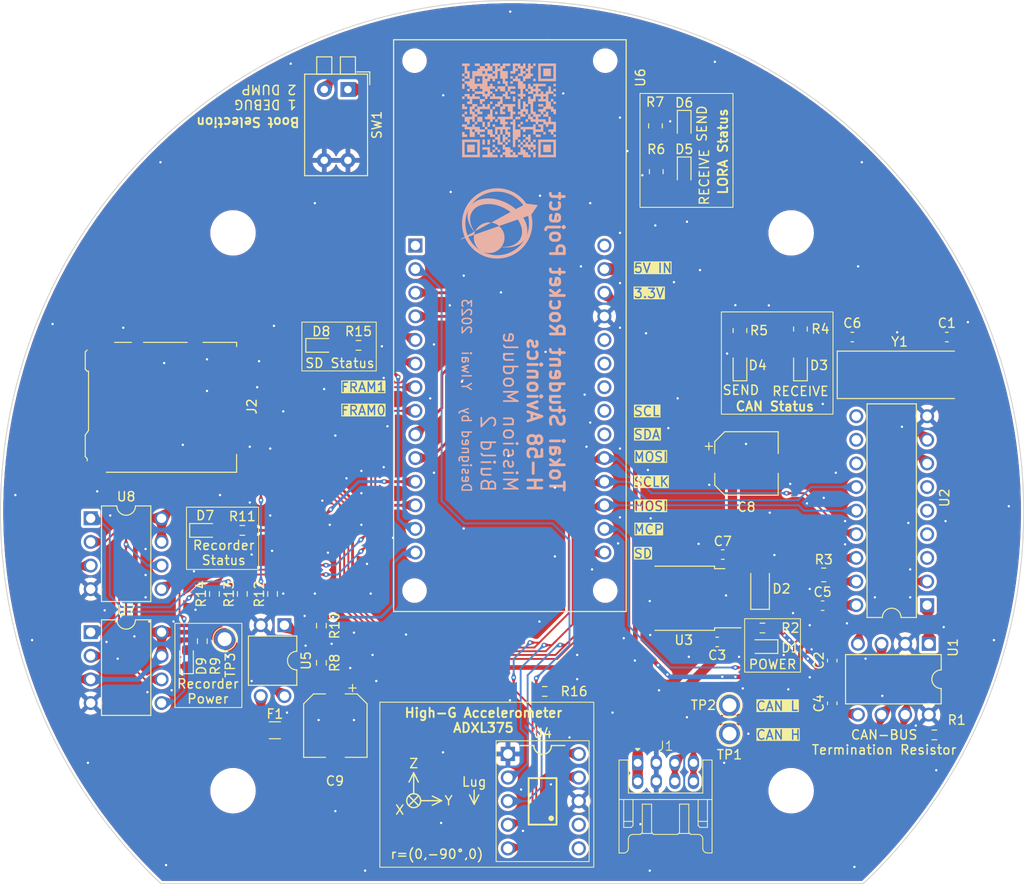
<source format=kicad_pcb>
(kicad_pcb (version 20221018) (generator pcbnew)
  (layers (0 "F.Cu" signal) (31 "B.Cu" signal) (34 "B.Paste" user) (35 "F.Paste" user) (36 "B.SilkS" user "B.Silkscreen") (37 "F.SilkS" user "F.Silkscreen") (38 "B.Mask" user) (39 "F.Mask" user) (44 "Edge.Cuts" user))
  (net 0 "")
  (net 1 "CAN_H")
  (net 2 "GND")
  (net 3 "+5V")
  (net 4 "CAN_L")
  (net 5 "+3.3V")
  (net 6 "CAN_TX")
  (net 7 "CAN_RX")
  (net 8 "OSC1")
  (net 9 "OSC2")
  (net 10 "SPI_CS_MCP")
  (net 11 "SPI_MOSI")
  (net 12 "SPI_SCLK")
  (net 13 "SPI_MISO")
  (net 14 "Net-(D1-A)")
  (net 15 "Net-(F1-Pad2)")
  (net 16 "Net-(D9-A)")
  (net 17 "SPI_CS_SD")
  (net 18 "MEMORY_POWER")
  (net 21 "Net-(D3-A)")
  (net 23 "MEMORY_POWER_CONTROL")
  (net 24 "Net-(D4-A)")
  (net 25 "Net-(U2-~RESET)")
  (net 26 "Net-(R10-Pad2)")
  (net 33 "SPI_CS_ADXL")
  (net 35 "Net-(D5-A)")
  (net 36 "SD_CHECK")
  (net 38 "SPI_CS_FRAM1")
  (net 39 "SPI_CS_FRAM0")
  (net 40 "CAN_RECEIVE_STATUS")
  (net 41 "CAN_SEND_STATUS")
  (net 42 "RECORD_STATUS")
  (net 43 "SD_STATUS")
  (net 44 "DEBUG_MODE")
  (net 45 "DUMP_MODE")
  (net 53 "Net-(D6-A)")
  (net 54 "Net-(D7-A)")
  (net 55 "Net-(D8-A)")
  (net 56 "LORA_RECEIVE_STATUS")
  (net 57 "LORA_SEND_STATUS")
  (net 58 "+12V")
  (footprint "Fuse:Fuse_1206_3216Metric_Pad1.42x1.75mm_HandSolder" (layer "F.Cu") (at 123 128.5 180)
    (fp_text reference "F1")
    (fp_text value "Polyfuse")
  )
  (footprint "Resistor_SMD:R_0603_1608Metric_Pad0.98x0.95mm_HandSolder" (layer "F.Cu") (at 119.5 107 180)
    (fp_text reference "R11")
    (fp_text value "300R")
  )
  (footprint "Resistor_SMD:R_0603_1608Metric_Pad0.98x0.95mm_HandSolder" (layer "F.Cu") (at 152.0095 124.323432 180)
    (fp_text reference "R16")
    (fp_text value "4.7kR")
  )
  (footprint "MountingHole:MountingHole_4.5mm" (layer "F.Cu") (at 178.5 75)
    (fp_text reference "REF**" hide)
    (fp_text value "MountingHole_4.5mm" hide)
  )
  (footprint "Connector_Pin:Pin_D1.0mm_L10.0mm" (layer "F.Cu") (at 171.868 128.875432)
    (fp_text reference "TP1")
    (fp_text value "TestPoint")
  )
  (footprint "Resistor_SMD:R_0805_2012Metric_Pad1.20x1.40mm_HandSolder" (layer "F.Cu") (at 163.9125 63.4875 -90)
    (fp_text reference "R7")
    (fp_text value "100R")
  )
  (footprint "Capacitor_SMD:C_0603_1608Metric_Pad1.08x0.95mm_HandSolder" (layer "F.Cu") (at 185.076 86.203432)
    (fp_text reference "C6")
    (fp_text value "15pF")
  )
  (footprint "Capacitor_SMD:C_0603_1608Metric_Pad1.08x0.95mm_HandSolder" (layer "F.Cu") (at 182.917 121.001432 90)
    (fp_text reference "C2")
    (fp_text value "0.1uF")
  )
  (footprint "Resistor_SMD:R_0603_1608Metric_Pad0.98x0.95mm_HandSolder" (layer "F.Cu") (at 122.75 113.8375 90)
    (fp_text reference "R12")
    (fp_text value "4.7kR")
  )
  (footprint "Resistor_SMD:R_0805_2012Metric_Pad1.20x1.40mm_HandSolder" (layer "F.Cu") (at 182.0075 111.79)
    (fp_text reference "R3")
    (fp_text value "10kR")
  )
  (footprint "LED_SMD:LED_0603_1608Metric_Pad1.05x0.95mm_HandSolder" (layer "F.Cu") (at 167 68.5 -90)
    (fp_text reference "D5")
    (fp_text value "BLUE")
  )
  (footprint "Connector_Pin:Pin_D1.0mm_L10.0mm" (layer "F.Cu") (at 117.6 118.699432)
    (fp_text reference "TP3")
    (fp_text value "TestPoint")
  )
  (footprint "Package_DIP:DIP-8_W7.62mm" (layer "F.Cu") (at 103.2 105.7)
    (fp_text reference "U8")
    (fp_text value "MB85RS2MT")
  )
  (footprint "Connector_Pin:Pin_D1.0mm_L10.0mm" (layer "F.Cu") (at 171.868 125.799432)
    (fp_text reference "TP2")
    (fp_text value "TestPoint")
  )
  (footprint "LED_SMD:LED_0603_1608Metric_Pad1.05x0.95mm_HandSolder" (layer "F.Cu") (at 179.5 89.25 90)
    (fp_text reference "D3")
    (fp_text value "BLUE")
  )
  (footprint "Package_DIP:DIP-4_W7.62mm" (layer "F.Cu") (at 124.025 117.2 -90)
    (fp_text reference "U5")
    (fp_text value "TLP241B")
  )
  (footprint "Resistor_SMD:R_0603_1608Metric_Pad0.98x0.95mm_HandSolder" (layer "F.Cu") (at 131.9875 87.099432 180)
    (fp_text reference "R15")
    (fp_text value "300R")
  )
  (footprint "Capacitor_SMD:CP_Elec_6.3x5.9" (layer "F.Cu") (at 173.7 99.799432)
    (fp_text reference "C8")
    (fp_text value "47uF")
  )
  (footprint "Resistor_SMD:R_0805_2012Metric_Pad1.20x1.40mm_HandSolder" (layer "F.Cu") (at 164 68.4125 -90)
    (fp_text reference "R6")
    (fp_text value "100R")
  )
  (footprint "Resistor_SMD:R_0603_1608Metric_Pad0.98x0.95mm_HandSolder" (layer "F.Cu") (at 128 121.25 -90)
    (fp_text reference "R8")
    (fp_text value "120R")
  )
  (footprint "Resistor_SMD:R_0805_2012Metric_Pad1.20x1.40mm_HandSolder" (layer "F.Cu") (at 179.5 85.3375 -90)
    (fp_text reference "R4")
    (fp_text value "100R")
  )
  (footprint "LED_SMD:LED_0603_1608Metric_Pad1.05x0.95mm_HandSolder" (layer "F.Cu") (at 167 63.4875 -90)
    (fp_text reference "D6")
    (fp_text value "BLUE")
  )
  (footprint "Resistor_SMD:R_0603_1608Metric_Pad0.98x0.95mm_HandSolder" (layer "F.Cu") (at 119.5 113.8375 90)
    (fp_text reference "R13")
    (fp_text value "4.7kR")
  )
  (footprint "LED_SMD:LED_0603_1608Metric_Pad1.05x0.95mm_HandSolder" (layer "F.Cu") (at 173 89.25 90)
    (fp_text reference "D4")
    (fp_text value "BLUE")
  )
  (footprint "Crystal:Crystal_SMD_HC49-SD" (layer "F.Cu") (at 190.156 90.267432)
    (fp_text reference "Y1")
    (fp_text value "8MHz")
  )
  (footprint "StrawberryLinux_ADXL375_Module:ADXL375" (layer "F.Cu") (at 151.782 129.625932)
    (fp_text reference "U4")
    (fp_text value "ADXL375")
  )
  (footprint "Resistor_SMD:R_0603_1608Metric_Pad0.98x0.95mm_HandSolder" (layer "F.Cu") (at 116.5 113.8375 90)
    (fp_text reference "R14")
    (fp_text value "4.7kR")
  )
  (footprint "LED_SMD:LED_0603_1608Metric_Pad1.05x0.95mm_HandSolder" (layer "F.Cu") (at 175.4125 119.5 180)
    (fp_text reference "D1")
    (fp_text value "RED")
  )
  (footprint "MountingHole:MountingHole_4.5mm" (layer "F.Cu") (at 118.5 135)
    (fp_text reference "REF**" hide)
    (fp_text value "MountingHole_4.5mm" hide)
  )
  (footprint "Package_DIP:DIP-8_W7.62mm" (layer "F.Cu") (at 193.3 119.2 -90)
    (fp_text reference "U1")
    (fp_text value "MCP2562-E-P")
  )
  (footprint "Button_Switch_THT:SW_DIP_SPSTx02_Piano_10.8x6.64mm_W7.62mm_P2.54mm" (layer "F.Cu") (at 130.85 59.574432 -90)
    (fp_text reference "SW1")
    (fp_text value "SW_DIP_x02")
  )
  (footprint "ABX00012:ARDUINO_ABX00012" (layer "F.Cu") (at 135.7625 54.225 -90)
    (fp_text reference "U6")
    (fp_text value "ABX00012")
  )
  (footprint "Package_TO_SOT_SMD:TO-252-2" (layer "F.Cu") (at 166.96 114.299432 180)
    (fp_text reference "U3")
    (fp_text value "NJM7805SDL1")
  )
  (footprint "Capacitor_SMD:C_0603_1608Metric_Pad1.08x0.95mm_HandSolder" (layer "F.Cu") (at 171.15 109.599432 180)
    (fp_text reference "C7")
    (fp_text value "0.1uF")
  )
  (footprint "MountingHole:MountingHole_4.5mm" (layer "F.Cu") (at 178.5 135)
    (fp_text reference "REF**" hide)
    (fp_text value "MountingHole_4.5mm" hide)
  )
  (footprint "Capacitor_SMD:C_0603_1608Metric_Pad1.08x0.95mm_HandSolder" (layer "F.Cu") (at 170.55 118.999432 180)
    (fp_text reference "C3")
    (fp_text value "10uF")
  )
  (footprint "LED_SMD:LED_0603_1608Metric_Pad1.05x0.95mm_HandSolder" (layer "F.Cu") (at 115.5 107)
    (fp_text reference "D7")
    (fp_text value "GREEN")
  )
  (footprint "Capacitor_SMD:CP_Elec_6.3x5.9" (layer "F.Cu") (at 129.5 128 -90)
    (fp_text reference "C9")
    (fp_text value "47uF")
  )
  (footprint "Package_DIP:DIP-8_W7.62mm" (layer "F.Cu") (at 103.2 117.95)
    (fp_text reference "U7")
    (fp_text value "MB85RS2MT")
  )
  (footprint "Diode_SMD:D_SOD-123F" (layer "F.Cu") (at 175.160306 113.28 90)
    (fp_text reference "D2")
    (fp_text value "1N4007")
  )
  (footprint "Resistor_SMD:R_0603_1608Metric_Pad0.98x0.95mm_HandSolder" (layer "F.Cu") (at 175.4125 117.5 180)
    (fp_text reference "R2")
    (fp_text value "620R")
  )
  (footprint "Capacitor_SMD:C_0603_1608Metric_Pad1.08x0.95mm_HandSolder" (layer "F.Cu") (at 182.917 125.6 90)
    (fp_text reference "C4")
    (fp_text value "0.1uF")
  )
  (footprint "Resistor_SMD:R_0603_1608Metric_Pad0.98x0.95mm_HandSolder" (layer "F.Cu") (at 193.9 129)
    (fp_text reference "R1")
    (fp_text value "120R")
  )
  (footprint "MountingHole:MountingHole_4.5mm" (layer "F.Cu") (at 118.5 75)
    (fp_text reference "REF**" hide)
    (fp_text value "MountingHole_4.5mm" hide)
  )
  (footprint "Capacitor_SMD:C_0603_1608Metric_Pad1.08x0.95mm_HandSolder" (layer "F.Cu") (at 195.236 86.203432 180)
    (fp_text reference "C1")
    (fp_text value "15pF")
  )
  (footprint "LED_SMD:LED_0603_1608Metric_Pad1.05x0.95mm_HandSolder" (layer "F.Cu") (at 127.9875 87.099432)
    (fp_text reference "D8")
    (fp_text value "GREEN")
  )
  (footprint "LED_SMD:LED_0603_1608Metric_Pad1.05x0.95mm_HandSolder" (layer "F.Cu") (at 113.5 120.75 90)
    (fp_text reference "D9")
    (fp_text value "RED")
  )
  (footprint "Resistor_SMD:R_0603_1608Metric_Pad0.98x0.95mm_HandSolder" (layer "F.Cu") (at 128 117.25 -90)
    (fp_text reference "R10")
    (fp_text value "120R")
  )
  (footprint "Connector_Card:microSD_HC_Hirose_DM3AT-SF-PEJM5" (layer "F.Cu") (at 111 93.75 -90)
    (fp_text reference "J2")
    (fp_text value "Micro_SD_Card_Det_Hirose_DM3AT")
  )
  (footprint "Capacitor_SMD:C_0603_1608Metric_Pad1.08x0.95mm_HandSolder" (layer "F.Cu") (at 181.8825 115.1 180)
    (fp_text reference "C5")
    (fp_text value "0.1uF")
  )
  (footprint "Package_DIP:DIP-18_W7.62mm" (layer "F.Cu") (at 193.12 115.04 180)
    (fp_text reference "U2")
    (fp_text value "MCP2515-I/P")
  )
  (footprint "Resistor_SMD:R_0805_2012Metric_Pad1.20x1.40mm_HandSolder" (layer "F.Cu") (at 173 85.5 -90)
    (fp_text reference "R5")
    (fp_text value "100R")
  )
  (footprint "Resistor_SMD:R_0603_1608Metric_Pad0.98x0.95mm_HandSolder" (layer "F.Cu") (at 115.2 118.9125 -90)
    (fp_text reference "R9")
    (fp_text value "300R")
  )
  (footprint "Hirose_Connector:Hirose_DF11B-8DP-2DS" (layer "F.Cu") (at 162 132)
    (fp_text reference "J1")
    (fp_text value "Conn_01x08")
  )
  (footprint "LOGO" (layer "B.Cu") (at 148.172 61.823432 90)
    (fp_text reference "G***" hide)
    (fp_text value "LOGO" hide)
  )
  (footprint "LOGO" (layer "B.Cu") (at 147 74 90)
    (fp_text reference "G***" hide)
    (fp_text value "LOGO" hide)
  )
  (gr_rect (start 162.25 60) (end 172.25 72.25) (stroke (width 0.1)) (fill none) (layer "F.SilkS"))
  (gr_line (start 140.922 136.073432) (end 139.922 135.573432) (stroke (width 0.15)) (layer "F.SilkS"))
  (gr_rect (start 171 83.5) (end 183 94.5) (stroke (width 0.1)) (fill none) (layer "F.SilkS"))
  (gr_line (start 137.922 135.323432) (end 137.922 133.073432) (stroke (width 0.15)) (layer "F.SilkS"))
  (gr_rect (start 173.5 116.5) (end 179.5 122.25) (stroke (width 0.1)) (fill none) (layer "F.SilkS"))
  (gr_line (start 152.72 130.146864) (end 154.157 130.146864) (stroke (width 0.15)) (layer "F.SilkS"))
  (gr_line (start 150.844 130.146864) (end 149.407 130.146864) (stroke (width 0.15)) (layer "F.SilkS"))
  (gr_line (start 144.422 136.448432) (end 143.922 135.448432) (stroke (width 0.15)) (layer "F.SilkS"))
  (gr_rect (start 113.5 104.5) (end 121.25 111.2) (stroke (width 0.1)) (fill none) (layer "F.SilkS"))
  (gr_line (start 144.422 134.948432) (end 144.422 136.448432) (stroke (width 0.15)) (layer "F.SilkS"))
  (gr_line (start 144.422 136.448432) (end 144.922 135.448432) (stroke (width 0.15)) (layer "F.SilkS"))
  (gr_line (start 140.922 136.073432) (end 139.922 136.573432) (stroke (width 0.15)) (layer "F.SilkS"))
  (gr_line (start 137.922 133.073432) (end 138.422 134.073432) (stroke (width 0.15)) (layer "F.SilkS"))
  (gr_rect (start 112.25 117) (end 119.45 126.05) (stroke (width 0.1)) (fill none) (layer "F.SilkS"))
  (gr_rect (start 150.282 133.646864) (end 153.282 138.646864) (stroke (width 0.2)) (fill none) (layer "F.SilkS"))
  (gr_circle (center 152.704 137.970296) (end 152.904 137.970296) (stroke (width 0.2)) (fill solid) (layer "F.SilkS"))
  (gr_line (start 137.422 135.573432) (end 138.422 136.573432) (stroke (width 0.15)) (layer "F.SilkS"))
  (gr_rect (start 134.282 125.480932) (end 157.282 143.230932) (stroke (width 0.1)) (fill none) (layer "F.SilkS"))
  (gr_line (start 137.922 133.073432) (end 137.422 134.073432) (stroke (width 0.15)) (layer "F.SilkS"))
  (gr_line (start 138.672 136.073432) (end 140.922 136.073432) (stroke (width 0.15)) (layer "F.SilkS"))
  (gr_circle (center 137.922 136.073432) (end 138.672 136.073432) (stroke (width 0.15)) (fill none) (layer "F.SilkS"))
  (gr_arc (start 152.72 130.146864) (mid 151.782 131.084864) (end 150.844 130.146864) (stroke (width 0.15)) (layer "F.SilkS"))
  (gr_rect (start 125.9 84.599432) (end 133.9 89.849432) (stroke (width 0.1)) (fill none) (layer "F.SilkS"))
  (gr_line (start 138.422 135.573432) (end 137.422 136.573432) (stroke (width 0.15)) (layer "F.SilkS"))
  (gr_arc locked (start 110.75 145) (mid 148.5 49.999432) (end 186.25 145) (stroke (width 0.1)) (layer "Edge.Cuts"))
  (gr_line locked (start 186.25 145) (end 110.75 145) (stroke (width 0.1)) (layer "Edge.Cuts"))
  (gr_text "Designed by 　Y.Iwai 　2023" (at 143 103 270) (layer "B.SilkS") (effects (font (size 1 1) (thickness 0.153)) (justify left bottom mirror)))
  (gr_text "Mission Module\nBuild 2" (at 145 103 270) (layer "B.SilkS") (effects (font (size 1.5 1.5) (thickness 0.1875)) (justify left bottom mirror)))
  (gr_text "Tokai Student Rocket Poject\nH-58 Avionics" (at 150 103 270) (layer "B.SilkS") (effects (font (size 1.5 1.5) (thickness 0.3) bold) (justify left bottom mirror)))
  (gr_text "Recorder\nStatus\n" (at 117.5 110.8) (layer "F.SilkS") (effects (font (size 1 1)) (justify bottom)))
  (gr_text "3.3V" (at 161.5 81.499432) (layer "F.SilkS" knockout) (effects (font (size 1 1) (thickness 0.153)) (justify left)))
  (gr_text "SDA" (at 161.5 96.699432) (layer "F.SilkS" knockout) (effects (font (size 1 1) (thickness 0.153)) (justify left)))
  (gr_text "CAN H" (at 174.662 128.999432) (layer "F.SilkS" knockout) (effects (font (size 1 1) (thickness 0.153)) (justify left)))
  (gr_text "r=(0,-90°,0)" (at 140.422 141.823432) (layer "F.SilkS") (effects (font (size 1 1))))
  (gr_text "SCLK" (at 161.5 101.799432) (layer "F.SilkS" knockout) (effects (font (size 1 1) (thickness 0.153)) (justify left)))
  (gr_text "SEND" (at 173.1 92.5) (layer "F.SilkS") (effects (font (size 1 1)) (justify bottom)))
  (gr_text "POWER" (at 176.5 122) (layer "F.SilkS") (effects (font (size 1 1)) (justify bottom)))
  (gr_text "SEND" (at 169.5 63.25 90) (layer "F.SilkS") (effects (font (size 1 1)) (justify bottom)))
  (gr_text "RECEIVE" (at 179.5 92.625) (layer "F.SilkS") (effects (font (size 1 1)) (justify bottom)))
  (gr_text "MCP" (at 161.5 106.899432) (layer "F.SilkS" knockout) (effects (font (size 1 1) (thickness 0.153)) (justify left)))
  (gr_text "Z" (at 137.922 132.073432) (layer "F.SilkS") (effects (font (size 1 1))))
  (gr_text "MOSI" (at 161.5 104.399432) (layer "F.SilkS" knockout) (effects (font (size 1 1) (thickness 0.153)) (justify left)))
  (gr_text "1 DEBUG\n2 DUMP" (at 125.4 58.999432 180) (layer "F.SilkS") (effects (font (size 1 1) (thickness 0.153)) (justify left bottom)))
  (gr_text "RECEIVE" (at 169.75 69 90) (layer "F.SilkS") (effects (font (size 1 1)) (justify bottom)))
  (gr_text "LORA Status" (at 171.75 66.25 90) (layer "F.SilkS") (effects (font (size 1 1) (thickness 0.2) bold) (justify bottom)))
  (gr_text "High-G Accelerometer\nADXL375" (at 145.422 128.823432) (layer "F.SilkS") (effects (font (size 1 1) (thickness 0.2) bold) (justify bottom)))
  (gr_text "Y" (at 141.672 136.073432) (layer "F.SilkS") (effects (font (size 1 1))))
  (gr_text "CAN-BUS\nTermination Resistor" (at 188.5 129.8) (layer "F.SilkS") (effects (font (size 1 1) (thickness 0.153))))
  (gr_text "FRAM0" (at 135 94.099432) (layer "F.SilkS" knockout) (effects (font (size 1 1) (thickness 0.153)) (justify right)))
  (gr_text "SCL" (at 161.5 94.199432) (layer "F.SilkS" knockout) (effects (font (size 1 1) (thickness 0.153)) (justify left)))
  (gr_text "FRAM1" (at 135 91.599432) (layer "F.SilkS" knockout) (effects (font (size 1 1) (thickness 0.153)) (justify right)))
  (gr_text "SD" (at 161.5 109.499432) (layer "F.SilkS" knockout) (effects (font (size 1 1) (thickness 0.153)) (justify left)))
  (gr_text "MOSI" (at 161.5 99.099432) (layer "F.SilkS" knockout) (effects (font (size 1 1) (thickness 0.153)) (justify left)))
  (gr_text "X" (at 136.422 137.073432) (layer "F.SilkS") (effects (font (size 1 1))))
  (gr_text "5V IN" (at 161.5 78.799432) (layer "F.SilkS" knockout) (effects (font (size 1 1) (thickness 0.153)) (justify left)))
  (gr_text "Boot Selection\n" (at 120.1 62.499432 180) (layer "F.SilkS") (effects (font (size 1 1) (thickness 0.2) bold) (justify bottom)))
  (gr_text "Lug" (at 144.422 134.048432) (layer "F.SilkS") (effects (font (size 1 1))))
  (gr_text "CAN Status" (at 176.75 94.25) (layer "F.SilkS") (effects (font (size 1 1) (thickness 0.2) bold) (justify bottom)))
  (gr_text "SD Status\n" (at 129.9875 89.599432) (layer "F.SilkS") (effects (font (size 1 1)) (justify bottom)))
  (gr_text "Recorder\nPower" (at 115.8 125.699432) (layer "F.SilkS") (effects (font (size 1 1)) (justify bottom)))
  (gr_text "CAN L" (at 174.662 125.899432) (layer "F.SilkS" knockout) (effects (font (size 1 1) (thickness 0.153)) (justify left)))
  (segment (start 170.706254 127.859432) (end 168 130.565686) (width 0.2) (layer "F.Cu") (net 1))
  (segment (start 190.76 127.94) (end 189.2 129.5) (width 0.2) (layer "F.Cu") (net 1))
  (segment (start 191.3 125.2) (end 194.3 125.2) (width 0.2) (layer "F.Cu") (net 1))
  (segment (start 195.1 127.2) (end 193.3 129) (width 0.2) (layer "F.Cu") (net 1))
  (segment (start 177.006882 129.5) (end 175.366314 127.859432) (width 0.2) (layer "F.Cu") (net 1))
  (segment (start 168 132) (end 168 134) (width 0.2) (layer "F.Cu") (net 1))
  (segment (start 195.1 126) (end 195.1 127.2) (width 0.2) (layer "F.Cu") (net 1))
  (segment (start 190.76 125.74) (end 191.3 125.2) (width 0.2) (layer "F.Cu") (net 1))
  (segment (start 175.366314 127.859432) (end 170.706254 127.859432) (width 0.2) (layer "F.Cu") (net 1))
  (segment (start 189.2 129.5) (end 177.006882 129.5) (width 0.2) (layer "F.Cu") (net 1))
  (segment (start 168 130.565686) (end 168 132) (width 0.2) (layer "F.Cu") (net 1))
  (segment (start 190.76 126.82) (end 190.76 125.74) (width 0.2) (layer "F.Cu") (net 1))
  (segment (start 190.76 126.82) (end 190.76 127.94) (width 0.2) (layer "F.Cu") (net 1))
  (segment (start 194.3 125.2) (end 195.1 126) (width 0.2) (layer "F.Cu") (net 1))
  (via (at 164.3 124.2) (size 0.51) (drill 0.25) (layers "F.Cu" "B.Cu") (net 2))
  (via (at 170.3 56.6) (size 0.51) (drill 0.25) (layers "F.Cu" "B.Cu") (net 2))
  (via (at 172.503 82.774432) (size 0.51) (drill 0.25) (layers "F.Cu" "B.Cu") (net 2))
  (via (at 109.1 111.8) (size 0.51) (drill 0.25) (layers "F.Cu" "B.Cu") (net 2))
  (via (at 152.672 134.323432) (size 0.51) (drill 0.25) (layers "F.Cu" "B.Cu") (net 2))
  (via (at 126.3 119.4) (size 0.51) (drill 0.25) (layers "F.Cu" "B.Cu") (net 2))
  (via (at 102.9 132) (size 0.51) (drill 0.25) (layers "F.Cu" "B.Cu") (net 2))
  (via (at 111.1 89) (size 0.51) (drill 0.25) (layers "F.Cu" "B.Cu") (net 2))
  (via (at 140.1 87) (size 0.51) (drill 0.25) (layers "F.Cu" "B.Cu") (net 2))
  (via (at 160.1 105.6) (size 0.51) (drill 0.25) (layers "F.Cu" "B.Cu") (net 2))
  (via (at 143.3 79.6) (size 0.51) (drill 0.25) (layers "F.Cu" "B.Cu") (net 2))
  (via (at 160.5 118.6) (size 0.51) (drill 0.25) (layers "F.Cu" "B.Cu") (net 2))
  (via (at 155.9 78.6) (size 0.51) (drill 0.25) (layers "F.Cu" "B.Cu") (net 2))
  (via (at 132.3 106.4) (size 0.51) (drill 0.25) (layers "F.Cu" "B.Cu") (net 2))
  (via (at 169.7 102.099432) (size 0.51) (drill 0.25) (layers "F.Cu" "B.Cu") (net 2))
  (via (at 129.5 96.8) (size 0.51) (drill 0.25) (layers "F.Cu" "B.Cu") (net 2))
  (via (at 132.3 103) (size 0.51) (drill 0.25) (layers "F.Cu" "B.Cu") (net 2))
  (via (at 141.1 60.2) (size 0.51) (drill 0.25) (layers "F.Cu" "B.Cu") (net 2))
  (via (at 134.7 100.2) (size 0.51) (drill 0.25) (layers "F.Cu" "B.Cu") (net 2))
  (via (at 165.9 80.299432) (size 0.51) (drill 0.25) (layers "F.Cu" "B.Cu") (net 2))
  (via (at 104.7 115.6) (size 0.51) (drill 0.25) (layers "F.Cu" "B.Cu") (net 2))
  (via (at 173.65 97.699432) (size 0.51) (drill 0.25) (layers "F.Cu" "B.Cu") (net 2))
  (via (at 121.1 91.6) (size 0.51) (drill 0.25) (layers "F.Cu" "B.Cu") (net 2))
  (via (at 124.3 126.6) (size 0.51) (drill 0.25) (layers "F.Cu" "B.Cu") (net 2))
  (via (at 163.1 100.499432) (size 0.51) (drill 0.25) (layers "F.Cu" "B.Cu") (net 2))
  (via (at 110.7 67.4) (size 0.51) (drill 0.25) (layers "F.Cu" "B.Cu") (net 2))
  (via (at 184.3 106) (size 0.51) (drill 0.25) (layers "F.Cu" "B.Cu") (net 2))
  (via (at 163.4 105.699432) (size 0.51) (drill 0.25) (layers "F.Cu" "B.Cu") (net 2))
  (via (at 161.7 121) (size 0.51) (drill 0.25) (layers "F.Cu" "B.Cu") (net 2))
  (via (at 111.9 124.2) (size 0.51) (drill 0.25) (layers "F.Cu" "B.Cu") (net 2))
  (via (at 131.5 127.4) (size 0.51) (drill 0.25) (layers "F.Cu" "B.Cu") (net 2))
  (via (at 155.5 123) (size 0.51) (drill 0.25) (layers "F.Cu" "B.Cu") (net 2))
  (via (at 148.272 125.273432) (size 0.51) (drill 0.25) (layers "F.Cu" "B.Cu") (net 2))
  (via (at 141.072 130.873432) (size 0.51) (drill 0.25) (layers "F.Cu" "B.Cu") (net 2))
  (via (at 159.9 108.4) (size 0.51) (drill 0.25) (layers "F.Cu" "B.Cu") (net 2))
  (via (at 151.439091 116.806341) (size 0.51) (drill 0.25) (layers "F.Cu" "B.Cu") (net 2))
  (via (at 114.464 115.540432) (size 0.51) (drill 0.25) (layers "F.Cu" "B.Cu") (net 2))
  (via (at 137.1 118.2) (size 0.51) (drill 0.25) (layers "F.Cu" "B.Cu") (net 2))
  (via (at 160.1 80.4) (size 0.51) (drill 0.25) (layers "F.Cu" "B.Cu") (net 2))
  (via (at 160.1 85.2) (size 0.51) (drill 0.25) (layers "F.Cu" "B.Cu") (net 2))
  (via (at 96.9 118.8) (size 0.51) (drill 0.25) (layers "F.Cu" "B.Cu") (net 2))
  (via (at 143.1 91) (size 0.51) (drill 0.25) (layers "F.Cu" "B.Cu") (net 2))
  (via (at 109.1 109) (size 0.51) (drill 0.25) (layers "F.Cu" "B.Cu") (net 2))
  (via (at 114.3 111.4) (size 0.51) (drill 0.25) (layers "F.Cu" "B.Cu") (net 2))
  (via (at 186.1 67.4) (size 0.51) (drill 0.25) (layers "F.Cu" "B.Cu") (net 2))
  (via (at 187.5 114.2) (size 0.51) (drill 0.25) (layers "F.Cu" "B.Cu") (net 2))
  (via (at 182 103.499432) (size 0.51) (drill 0.25) (layers "F.Cu" "B.Cu") (net 2))
  (via (at 167.3 73.8) (size 0.51) (drill 0.25) (layers "F.Cu" "B.Cu") (net 2))
  (via (at 180.5 113.299432) (size 0.51) (drill 0.25) (layers "F.Cu" "B.Cu") (net 2))
  (via (at 160.1 75) (size 0.51) (drill 0.25) (layers "F.Cu" "B.Cu") (net 2))
  (via (at 121.3 88.8) (size 0.51) (drill 0.25) (layers "F.Cu" "B.Cu") (net 2))
  (via (at 115.7 88.6) (size 0.51) (drill 0.25) (layers "F.Cu" "B.Cu") (net 2))
  (via (at 133.3 113.8) (size 0.51) (drill 0.25) (layers "F.Cu" "B.Cu") (net 2))
  (via (at 135.1 95.8) (size 0.51) (drill 0.25) (layers "F.Cu" "B.Cu") (net 2))
  (via (at 135.7 107.8) (size 0.51) (drill 0.25) (layers "F.Cu" "B.Cu") (net 2))
  (via (at 194.9 117.4) (size 0.51) (drill 0.25) (layers "F.Cu" "B.Cu") (net 2))
  (via (at 165.5 63) (size 0.51) (drill 0.25) (layers "F.Cu" "B.Cu") (net 2))
  (via (at 156.3 92.4) (size 0.51) (drill 0.25) (layers "F.Cu" "B.Cu") (net 2))
  (via (at 168.7 79) (size 0.51) (drill 0.25) (layers "F.Cu" "B.Cu") (net 2))
  (via (at 185.7 78.6) (size 0.51) (drill 0.25) (layers "F.Cu" "B.Cu") (net 2))
  (via (at 151.5 71) (size 0.51) (drill 0.25) (layers "F.Cu" "B.Cu") (net 2))
  (via (at 195.1 106) (size 0.51) (drill 0.25) (layers "F.Cu" "B.Cu") (net 2))
  (via (at 128.7 109.4) (size 0.51) (drill 0.25) (layers "F.Cu" "B.Cu") (net 2))
  (via (at 128.9 106.4) (size 0.51) (drill 0.25) (layers "F.Cu" "B.Cu") (net 2))
  (via (at 109.5 116.8) (size 0.51) (drill 0.25) (layers "F.Cu" "B.Cu") (net 2))
  (via (at 201.9 104.4) (size 0.51) (drill 0.25) (layers "F.Cu" "B.Cu") (net 2))
  (via (at 200.3 118.8) (size 0.51) (drill 0.25) (layers "F.Cu" "B.Cu") (net 2))
  (via (at 165.3 95.999432) (size 0.51) (drill 0.25) (layers "F.Cu" "B.Cu") (net 2))
  (via (at 140.872 138.473432) (size 0.51) (drill 0.25) (layers "F.Cu" "B.Cu") (net 2))
  (via (at 99.1 84.8) (size 0.51) (drill 0.25) (layers "F.Cu" "B.Cu") (net 2))
  (via (at 106.7 85.2) (size 0.51) (drill 0.25) (layers "F.Cu" "B.Cu") (net 2))
  (via (at 113.1 97.8) (size 0.51) (drill 0.25) (layers "F.Cu" "B.Cu") (net 2))
  (via (at 197.5 84.6) (size 0.51) (drill 0.25) (layers "F.Cu" "B.Cu") (net 2))
  (via (at 177.7 120.4) (size 0.51) (drill 0.25) (layers "F.Cu" "B.Cu") (net 2))
  (via (at 184.3 108.499432) (size 0.51) (drill 0.25) (layers "F.Cu" "B.Cu") (net 2))
  (via (at 155.5 120.4) (size 0.51) (drill 0.25) (layers "F.Cu" "B.Cu") (net 2))
  (via (at 176.2 105.099432) (size 0.51) (drill 0.25) (layers "F.Cu" "B.Cu") (net 2))
  (via (at 141.8 82.799432) (size 0.51) (drill 0.25) (layers "F.Cu" "B.Cu") (net 2))
  (via (at 128.1 103.8) (size 0.51) (drill 0.25) (layers "F.Cu" "B.Cu") (net 2))
  (via (at 162.5 68.8) (size 0.51) (drill 0.25) (layers "F.Cu" "B.Cu") (net 2))
  (via (at 153.1 109.8) (size 0.51) (drill 0.25) (layers "F.Cu" "B.Cu") (net 2))
  (via (at 130.7 101.4) (size 0.51) (drill 0.25) (layers "F.Cu" "B.Cu") (net 2))
  (via (at 163.9 74.2) (size 0.51) (drill 0.25) (layers "F.Cu" "B.Cu") (net 2))
  (via (at 191.9 128) (size 0.51) (drill 0.25) (layers "F.Cu" "B.Cu") (net 2))
  (via (at 123.9 113.8) (size 0.51) (drill 0.25) (layers "F.Cu" "B.Cu") (net 2))
  (via (at 154 60) (size 0.51) (drill 0.25) (layers "F.Cu" "B.Cu") (net 2))
  (via (at 129.1 119.2) (size 0.51) (drill 0.25) (layers "F.Cu" "B.Cu") (net 2))
  (via (at 154.672 129.273432) (size 0.51) (drill 0.25) (layers "F.Cu" "B.Cu") (net 2))
  (via (at 167.296 127.097432) (size 0.51) (drill 0.25) (layers "F.Cu" "B.Cu") (net 2))
  (via (at 133.9 123.2) (size 0.51) (drill 0.25) (layers "F.Cu" "B.Cu") (net 2))
  (via (at 143.3 106.8) (size 0.51) (drill 0.25) (layers "F.Cu" "B.Cu") (net 2))
  (via (at 171.3 131.999432) (size 0.51) (drill 0.25) (layers "F.Cu" "B.Cu") (net 2))
  (via (at 120.3 104) (size 0.51) (drill 0.25) (layers "F.Cu" "B.Cu") (net 2))
  (via (at 127.3 71.8) (size 0.51) (drill 0.25) (layers "F.Cu" "B.Cu") (net 2))
  (via (at 160.9 66.2) (size 0.51) (drill 0.25) (layers "F.Cu" "B.Cu") (net 2))
  (via (at 139.7 92.8) (size 0.51) (drill 0.25) (layers "F.Cu" "B.Cu") (net 2))
  (via (at 168.55 108.449432) (size 0.51) (drill 0.25) (layers "F.Cu" "B.Cu") (net 2))
  (via (at 127.3 113.8) (size 0.51) (drill 0.25) (layers "F.Cu" "B.Cu") (net 2))
  (via (at 180.7 119.8) (size 0.51) (drill 0.25) (layers "F.Cu" "B.Cu") (net 2))
  (via (at 162.9 85.8) (size 0.51) (drill 0.25) (layers "F.Cu" "B.Cu") (net 2))
  (via (at 153.1 102.4) (size 0.51) (drill 0.25) (layers "F.Cu" "B.Cu") (net 2))
  (via (at 127.7 127.4) (size 0.51) (drill 0.25) (layers "F.Cu" "B.Cu") (net 2))
  (via (at 111.3 143) (size 0.51) (drill 0.25) (layers "F.Cu" "B.Cu") (net 2))
  (via (at 162.3 138.6) (size 0.51) (drill 0.25) (layers "F.Cu" "B.Cu") (net 2))
  (via (at 173.3 124) (size 0.51) (drill 0.25) (layers "F.Cu" "B.Cu") (net 2))
  (via (at 194.1 132.8) (size 0.51) (drill 0.25) (layers "F.Cu" "B.Cu") (net 2))
  (via (at 156.5 98) (size 0.51) (drill 0.25) (layers "F.Cu" "B.Cu") (net 2))
  (via (at 181.9 93.4) (size 0.51) (drill 0.25) (layers "F.Cu" "B.Cu") (net 2))
  (via (at 133.5 120.4) (size 0.51) (drill 0.25) (layers "F.Cu" "B.Cu") (net 2))
  (via (at 172.9 120.6) (size 0.51) (drill 0.25) (layers "F.Cu" "B.Cu") (net 2))
  (via (at 122.9 85) (size 0.51) (drill 0.25) (layers "F.Cu" "B.Cu") (net 2))
  (via (at 173.9 128.875432) (size 0.51) (drill 0.25) (layers "F.Cu" "B.Cu") (net 2))
  (via (at 105.3 105.4) (size 0.51) (drill 0.25) (layers "F.Cu" "B.Cu") (net 2))
  (via (at 178.7 115.899432) (size 0.51) (drill 0.25) (layers "F.Cu" "B.Cu") (net 2))
  (via (at 117.1 103.2) (size 0.51) (drill 0.25) (layers "F.Cu" "B.Cu") (net 2))
  (via (at 163.3 114.6) (size 0.51) (drill 0.25) (layers "F.Cu" "B.Cu") (net 2))
  (via (at 180.5 122.8) (size 0.51) (drill 0.25) (layers "F.Cu" "B.Cu") (net 2))
  (via (at 107.9 118.4) (size 0.51) (drill 0.25) (layers "F.Cu" "B.Cu") (net 2))
  (via (at 141.9 70.6) (size 0.51) (drill 0.25) (layers "F.Cu" "B.Cu") (net 2))
  (via (at 122.5 105.4) (size 0.51) (drill 0.25) (layers "F.Cu" "B.Cu") (net 2))
  (via (at 120.5 109.6) (size 0.51) (drill 0.25) (layers "F.Cu" "B.Cu") (net 2))
  (via (at 124.7 56.8) (size 0.51) (drill 0.25) (layers "F.Cu" "B.Cu") (net 2))
  (via (at 178.2 124.099432) (size 0.51) (drill 0.25) (layers "F.Cu" "B.Cu") (net 2))
  (via (at 120.3 98) (size 0.51) (drill 0.25) (layers "F.Cu" "B.Cu") (net 2))
  (via (at 167.5 120.6) (size 0.51) (drill 0.25) (layers "F.Cu" "B.Cu") (net 2))
  (via (at 189.902 85.695432) (size 0.51) (drill 0.25) (layers "F.Cu" "B.Cu") (net 2))
  (via (at 131.5 118) (size 0.51) (drill 0.25) (layers "F.Cu" "B.Cu") (net 2))
  (via (at 184.5 117) (size 0.51) (drill 0.25) (layers "F.Cu" "B.Cu") (net 2))
  (via (at 140.1 100.8) (size 0.51) (drill 0.25) (layers "F.Cu" "B.Cu") (net 2))
  (via (at 171.614 87.981432) (size 0.51) (drill 0.25) (layers "F.Cu" "B.Cu") (net 2))
  (via (at 129.5 137.2) (size 0.51) (drill 0.25) (layers "F.Cu" "B.Cu") (net 2))
  (via (at 131.1 121.8) (size 0.51) (drill 0.25) (layers "F.Cu" "B.Cu") (net 2))
  (via (at 122.7 109.2) (size 0.51) (drill 0.25) (layers "F.Cu" "B.Cu") (net 2))
  (via (at 156.9 95.4) (size 0.51) (drill 0.25) (layers "F.Cu" "B.Cu") (net 2))
  (via (at 132.9 110.6) (size 0.51) (drill 0.25) (layers "F.Cu" "B.Cu") (net 2))
  (via (at 156.9 71.8) (size 0.51) (drill 0.25) (layers "F.Cu" "B.Cu") (net 2))
  (via (at 128.3 91.8) (size 0.51) (drill 0.25) (layers "F.Cu" "B.Cu") (net 2))
  (via (at 126.2 116.199432) (size 0.51) (drill 0.25) (layers "F.Cu" "B.Cu") (net 2))
  (via (at 191.1 106.2) (size 0.51) (drill 0.25) (layers "F.Cu" "B.Cu") (net 2))
  (via (at 159.3 126.6) (size 0.51) (drill 0.25) (layers "F.Cu" "B.Cu") (net 2))
  (via (at 176.1 82.8) (size 0.51) (drill 0.25) (layers "F.Cu" "B.Cu") (net 2))
  (via (at 180.2 104.099432) (size 0.51) (drill 0.25) (layers "F.Cu" "B.Cu") (net 2))
  (via (at 117.9 120.6) (size 0.51) (drill 0.25) (layers "F.Cu" "B.Cu") (net 2))
  (via (at 171.5 113.999432) (size 0.51) (drill 0.25) (layers "F.Cu" "B.Cu") (net 2))
  (via (at 132.7 143.6) (size 0.51) (drill 0.25) (layers "F.Cu" "B.Cu") (net 2))
  (via (at 152.1 87.8) (size 0.51) (drill 0.25) (layers "F.Cu" "B.Cu") (net 2))
  (via (at 180.5 117.199432) (size 0.51) (drill 0.25) (layers "F.Cu" "B.Cu") (net 2))
  (via (at 191.3 114.2) (size 0.51) (drill 0.25) (layers "F.Cu" "B.Cu") (net 2))
  (via (at 148.1 99) (size 0.51) (drill 0.25) (layers "F.Cu" "B.Cu") (net 2))
  (via (at 122.5 98.2) (size 0.51) (drill 0.25) (layers "F.Cu" "B.Cu") (net 2))
  (via (at 176.7 109.649432) (size 0.51) (drill 0.25) (layers "F.Cu" "B.Cu") (net 2))
  (via (at 134.5 87.2) (size 0.51) (drill 0.25) (layers "F.Cu" "B.Cu") (net 2))
  (via (at 115.7 92) (size 0.51) (drill 0.25) (layers "F.Cu" "B.Cu") (net 2))
  (via (at 157.1 111.2) (size 0.51) (drill 0.25) (layers "F.Cu" "B.Cu") (net 2))
  (via (at 163.3 143.6) (size 0.51) (drill 0.25) (layers "F.Cu" "B.Cu") (net 2))
  (via (at 123.9 94.2) (size 0.51) (drill 0.25) (layers "F.Cu" "B.Cu") (net 2))
  (via (at 147.3 81.4) (size 0.51) (drill 0.25) (layers "F.Cu" "B.Cu") (net 2))
  (via (at 134.7 90.6) (size 0.51) (drill 0.25) (layers "F.Cu" "B.Cu") (net 2))
  (via (at 178.4 101.999432) (size 0.51) (drill 0.25) (layers "F.Cu" "B.Cu") (net 2))
  (via (at 109.1 114.2) (size 0.51) (drill 0.25) (layers "F.Cu" "B.Cu") (net 2))
  (via (at 95.1 103.2) (size 0.51) (drill 0.25) (layers "F.Cu" "B.Cu") (net 2))
  (via (at 160.1 62.6) (size 0.51) (drill 0.25) (layers "F.Cu" "B.Cu") (net 2))
  (via (at 106.1 120.8) (size 0.51) (drill 0.25) (layers "F.Cu" "B.Cu") (net 2))
  (via (at 109.3 124.4) (size 0.51) (drill 0.25) (layers "F.Cu" "B.Cu") (net 2))
  (via (at 120.5 123.2) (size 0.51) (drill 0.25) (layers "F.Cu" "B.Cu") (net 2))
  (via (at 190.41 95.855432) (size 0.51) (drill 0.25) (layers "F.Cu" "B.Cu") (net 2))
  (via (at 188.3 124.8) (size 0.51) (drill 0.25) (layers "F.Cu" "B.Cu") (net 2))
  (via (at 112.1 116.8) (size 0.51) (drill 0.25) (layers "F.Cu" "B.Cu") (net 2))
  (via (at 104.9 119) (size 0.51) (drill 0.25) (layers "F.Cu" "B.Cu") (net 2))
  (via (at 191.3 111.2) (size 0.51) (drill 0.25) (layers "F.Cu" "B.Cu") (net 2))
  (via (at 160.1 98.2) (size 0.51) (drill 0.25) (layers "F.Cu" "B.Cu") (net 2))
  (via (at 148.3 51.2) (size 0.51) (drill 0.25) (layers "F.Cu" "B.Cu") (net 2))
  (via (at 183.3 100.8) (size 0.51) (drill 0.25) (layers "F.Cu" "B.Cu") (net 2))
  (via (at 185.3 143.2) (size 0.51) (drill 0.25) (layers "F.Cu" "B.Cu") (net 2))
  (via (at 103.9 102.8) (size 0.51) (drill 0.25) (layers "F.Cu" "B.Cu") (net 2))
  (via (at 132.3 100.6) (size 0.51) (drill 0.25) (layers "F.Cu" "B.Cu") (net 2))
  (via (at 186.5 120.8) (size 0.51) (drill 0.25) (layers "F.Cu" "B.Cu") (net 2))
  (via (at 166.3 92.8) (size 0.51) (drill 0.25) (layers "F.Cu" "B.Cu") (net 2))
  (via (at 163.35 118.249432) (size 0.51) (drill 0.25) (layers "F.Cu" "B.Cu") (net 2))
  (via (at 149.472 134.873432) (size 0.51) (drill 0.25) (layers "F.Cu" "B.Cu") (net 2))
  (via (at 149.672 139.323432) (size 0.51) (drill 0.25) (layers "F.Cu" "B.Cu") (net 2))
  (segment (start 177.8 118.3) (end 178.3 118.8) (width 0.5) (layer "F.Cu") (net 3))
  (segment (start 164.5 81) (end 162.3998 78.8998) (width 1) (layer "F.Cu") (net 3))
  (segment (start 186.9625 122.0375) (end 188.22 120.78) (width 0.5) (layer "F.Cu") (net 3))
  (segment (start 177 115.599432) (end 177 113.049432) (width 0.5) (layer "F.Cu") (net 3))
  (segment (start 177.8 118.3) (end 177 117.5) (width 0.5) (layer "F.Cu") (net 3))
  (segment (start 181.5375 122.0375) (end 182.3 122.0375) (width 0.5) (layer "F.Cu") (net 3))
  (segment (start 188.22 120.78) (end 188.22 119.2) (width 0.5) (layer "F.Cu") (net 3))
  (segment (start 175.830568 111.88) (end 175.160306 111.88) (width 0.5) (layer "F.Cu") (net 3))
  (segment (start 172.1875 100.9875) (end 172.1875 109.599432) (width 1) (layer "F.Cu") (net 3))
  (segment (start 176.325 117.5) (end 176.325 116.274432) (width 0.5) (layer "F.Cu") (net 3))
  (segment (start 177 117.5) (end 176.325 117.5) (width 0.5) (layer "F.Cu") (net 3))
  (segment (start 172.15 112.019432) (end 175.020874 112.019432) (width 1) (layer "F.Cu") (net 3))
  (segment (start 162.3998 78.8998) (end 158.4225 78.8998) (width 1) (layer "F.Cu") (net 3))
  (segment (start 164.5 93.5) (end 164.5 81) (width 1) (layer "F.Cu") (net 3))
  (segment (start 180.9 121.4) (end 180.3 120.8) (width 0.5) (layer "F.Cu") (net 3))
  (segment (start 169.6 98.6) (end 164.5 93.5) (width 1) (layer "F.Cu") (net 3))
  (segment (start 169.8 98.6) (end 172.1875 100.9875) (width 1) (layer "F.Cu") (net 3))
  (segment (start 172.1875 111.831932) (end 172 112.019432) (width 1) (layer "F.Cu") (net 3))
  (segment (start 177 113.049432) (end 175.830568 111.88) (width 0.5) (layer "F.Cu") (net 3))
  (segment (start 172.1875 109.599432) (end 172.1875 111.831932) (width 1) (layer "F.Cu") (net 3))
  (segment (start 176.325 116.274432) (end 177 115.599432) (width 0.5) (layer "F.Cu") (net 3))
  (segment (start 180.9 121.4) (end 181.5375 122.0375) (width 0.5) (layer "F.Cu") (net 3))
  (segment (start 182.3 122.0375) (end 186.9625 122.0375) (width 0.5) (layer "F.Cu") (net 3))
  (segment (start 175.020874 112.019432) (end 175.160306 111.88) (width 1) (layer "F.Cu") (net 3))
  (via (at 178.3 118.8) (size 0.51) (drill 0.25) (layers "F.Cu" "B.Cu") (net 3))
  (via (at 177.8 118.3) (size 0.51) (drill 0.25) (layers "F.Cu" "B.Cu") (net 3))
  (via (at 180.9 121.4) (size 0.51) (drill 0.25) (layers "F.Cu" "B.Cu") (net 3))
  (via (at 180.3 120.8) (size 0.51) (drill 0.25) (layers "F.Cu" "B.Cu") (net 3))
  (segment (start 177.8 118.3) (end 180.9 121.4) (width 0.5) (layer "B.Cu") (net 3))
  (segment (start 188.22 126.82) (end 190.24 124.8) (width 0.2) (layer "F.Cu") (net 4))
  (segment (start 174.916 126.843432) (end 177.172568 129.1) (width 0.2) (layer "F.Cu") (net 4))
  (segment (start 194.465686 124.8) (end 195.5 125.834315) (width 0.2) (layer "F.Cu") (net 4))
  (segment (start 166 132) (end 166 134) (width 0.2) (layer "F.Cu") (net 4))
  (segment (start 188.22 127.88) (end 188.22 126.82) (width 0.2) (layer "F.Cu") (net 4))
  (segment (start 166 132) (end 171.156568 126.843432) (width 0.2) (layer "F.Cu") (net 4))
  (segment (start 187 129.1) (end 188.22 127.88) (width 0.2) (layer "F.Cu") (net 4))
  (segment (start 190.24 124.8) (end 194.465686 124.8) (width 0.2) (layer "F.Cu") (net 4))
  (segment (start 195.5 128.3125) (end 194.8125 129) (width 0.2) (layer "F.Cu") (net 4))
  (segment (start 177.172568 129.1) (end 187 129.1) (width 0.2) (layer "F.Cu") (net 4))
  (segment (start 171.156568 126.843432) (end 174.916 126.843432) (width 0.2) (layer "F.Cu") (net 4))
  (segment (start 195.5 125.834315) (end 195.5 128.3125) (width 0.2) (layer "F.Cu") (net 4))
  (segment (start 181.095 111.79) (end 181.0075 111.79) (width 0.5) (layer "F.Cu") (net 5))
  (segment (start 179.5 119.6) (end 179.5 122) (width 0.5) (layer "F.Cu") (net 5))
  (segment (start 155.672 133.585932) (end 154.4345 133.585932) (width 0.5) (layer "F.Cu") (net 5))
  (segment (start 179.5 122) (end 178.75 122.75) (width 0.5) (layer "F.Cu") (net 5))
  (segment (start 133.05 121.75) (end 133 121.75) (width 0.5) (layer "F.Cu") (net 5))
  (segment (start 178.75 122.75) (end 179.5 123.5) (width 0.5) (layer "F.Cu") (net 5))
  (segment (start 171.1 122.75) (end 172.5 122.75) (width 0.5) (layer "F.Cu") (net 5))
  (segment (start 154.75 121.75) (end 159 121.75) (width 0.5) (layer "F.Cu") (net 5))
  (segment (start 179.5 123.5) (end 179.5 124.5) (width 0.5) (layer "F.Cu") (net 5))
  (segment (start 161.75 84.7673) (end 158.4225 81.4398) (width 0.5) (layer "F.Cu") (net 5))
  (segment (start 127.6875 125.3) (end 124.4875 128.5) (width 0.5) (layer "F.Cu") (net 5))
  (segment (start 182.3 126.6375) (end 185.4975 126.6375) (width 0.5) (layer "F.Cu") (net 5))
  (segment (start 179.5 124.5) (end 181.6375 126.6375) (width 0.5) (layer "F.Cu") (net 5))
  (segment (start 185.5 115.04) (end 182.98 115.04) (width 0.5) (layer "F.Cu") (net 5))
  (segment (start 181.6375 126.6375) (end 182.3 126.6375) (width 0.5) (layer "F.Cu") (net 5))
  (segment (start 182.92 116.18) (end 179.5 119.6) (width 0.5) (layer "F.Cu") (net 5))
  (segment (start 159 121.75) (end 161.75 119) (width 0.5) (layer "F.Cu") (net 5))
  (segment (start 152.922 132.073432) (end 152.922 129.573432) (width 0.5) (layer "F.Cu") (net 5))
  (segment (start 133.05 121.75) (end 154.75 121.75) (width 0.5) (layer "F.Cu") (net 5))
  (segment (start 172.5 122.75) (end 178.75 122.75) (width 0.5) (layer "F.Cu") (net 5))
  (segment (start 165.2 122.5) (end 161.75 119.05) (width 0.5) (layer "F.Cu") (net 5))
  (segment (start 129.5 125.3) (end 127.6875 125.3) (width 0.5) (layer "F.Cu") (net 5))
  (segment (start 152.922 124.323432) (end 152.922 129.573432) (width 0.5) (layer "F.Cu") (net 5))
  (segment (start 154.3945 131.045932) (end 152.922 129.573432) (width 0.5) (layer "F.Cu") (net 5))
  (segment (start 152.922 123.578) (end 154.75 121.75) (width 0.5) (layer "F.Cu") (net 5))
  (segment (start 152.922 124.323432) (end 152.922 123.578) (width 0.5) (layer "F.Cu") (net 5))
  (segment (start 181.0075 111.79) (end 182.92 113.7025) (width 0.5) (layer "F.Cu") (net 5))
  (segment (start 155.672 131.045932) (end 154.3945 131.045932) (width 0.5) (layer "F.Cu") (net 5))
  (segment (start 133.05 121.75) (end 129.5 125.3) (width 0.5) (layer "F.Cu") (net 5))
  (segment (start 154.4345 133.585932) (end 152.922 132.073432) (width 0.5) (layer "F.Cu") (net 5))
  (segment (start 161.75 119.05) (end 161.75 119) (width 0.5) (layer "F.Cu") (net 5))
  (segment (start 161.75 119) (end 161.75 84.7673) (width 0.5) (layer "F.Cu") (net 5))
  (segment (start 182.92 113.7025) (end 182.92 116.18) (width 0.5) (layer "F.Cu") (net 5))
  (via (at 164.2 121.5) (size 0.51) (drill 0.25) (layers "F.Cu" "B.Cu") (net 5))
  (via (at 171.1 122.75) (size 0.51) (drill 0.25) (layers "F.Cu" "B.Cu") (net 5))
  (via (at 165.2 122.5) (size 0.51) (drill 0.25) (layers "F.Cu" "B.Cu") (net 5))
  (via (at 172.5 122.75) (size 0.51) (drill 0.25) (layers "F.Cu" "B.Cu") (net 5))
  (segment (start 165.2 122.5) (end 164.2 121.5) (width 0.5) (layer "B.Cu") (net 5))
  (segment (start 172.5 122.75) (end 165.45 122.75) (width 0.5) (layer "B.Cu") (net 5))
  (segment (start 165.45 122.75) (end 165.2 122.5) (width 0.5) (layer "B.Cu") (net 5))
  (segment (start 193.3 119.2) (end 193.3 115.22) (width 0.2) (layer "F.Cu") (net 6))
  (segment (start 191.25 112.5) (end 193.12 112.5) (width 0.2) (layer "F.Cu") (net 7))
  (segment (start 185.68 118.07) (end 191.25 112.5) (width 0.2) (layer "F.Cu") (net 7))
  (segment (start 185.68 119.2) (end 185.68 118.07) (width 0.2) (layer "F.Cu") (net 7))
  (segment (start 194.406 90.267432) (end 192.95 90.267432) (width 0.3) (layer "F.Cu") (net 8))
  (segment (start 192.95 90.267432) (end 190.664 92.553432) (width 0.3) (layer "F.Cu") (net 8))
  (segment (start 194.406 86.235932) (end 194.406 90.267432) (width 0.2) (layer "F.Cu") (net 8))
  (segment (start 190.664 94.804) (end 193.12 97.26) (width 0.3) (layer "F.Cu") (net 8))
  (segment (start 194.3735 86.203432) (end 194.406 86.235932) (width 0.2) (layer "F.Cu") (net 8))
  (segment (start 190.664 92.553432) (end 190.664 94.804) (width 0.3) (layer "F.Cu") (net 8))
  (segment (start 185.906 86.235932) (end 185.906 90.267432) (width 0.2) (layer "F.Cu") (net 9))
  (segment (start 189.14 92.045432) (end 189.14 95.82) (width 0.3) (layer "F.Cu") (net 9))
  (segment (start 189.14 95.82) (end 193.12 99.8) (width 0.3) (layer "F.Cu") (net 9))
  (segment (start 185.906 90.267432) (end 187.362 90.267432) (width 0.3) (layer "F.Cu") (net 9))
  (segment (start 185.9385 86.203432) (end 185.906 86.235932) (width 0.2) (layer "F.Cu") (net 9))
  (segment (start 187.362 90.267432) (end 189.14 92.045432) (width 0.3) (layer "F.Cu") (net 9))
  (segment (start 178.8 119.199432) (end 179.7 118.299432) (width 0.2) (layer "F.Cu") (net 10))
  (segment (start 179.7 118.299432) (end 179.7 111.299432) (width 0.2) (layer "F.Cu") (net 10))
  (segment (start 177.949503 121.750497) (end 178.8 120.9) (width 0.2) (layer "F.Cu") (net 10))
  (segment (start 179.7 111.299432) (end 181.039432 109.96) (width 0.2) (layer "F.Cu") (net 10))
  (segment (start 178.8 120.9) (end 178.8 119.199432) (width 0.2) (layer "F.Cu") (net 10))
  (segment (start 181.039432 109.96) (end 185.5 109.96) (width 0.2) (layer "F.Cu") (net 10))
  (segment (start 172.5 121.750497) (end 177.949503 121.750497) (width 0.2) (layer "F.Cu") (net 10))
  (via (at 172.5 121.750497) (size 0.51) (drill 0.25) (layers "F.Cu" "B.Cu") (net 10))
  (segment (start 161 108) (end 159.8398 106.8398) (width 0.2) (layer "B.Cu") (net 10))
  (segment (start 172.5 121.750497) (end 165.500497 121.750497) (width 0.2) (layer "B.Cu") (net 10))
  (segment (start 161 117.25) (end 161 108) (width 0.2) (layer "B.Cu") (net 10))
  (segment (start 159.8398 106.8398) (end 158.4225 106.8398) (width 0.2) (layer "B.Cu") (net 10))
  (segment (start 165.500497 121.750497) (end 161 117.25) (width 0.2) (layer "B.Cu") (net 10))
  (segment (start 155.4 118.165686) (end 154.457127 119.108559) (width 0.2) (layer "F.Cu") (net 11))
  (segment (start 117 101.75) (end 113.25 105.5) (width 0.2) (layer "F.Cu") (net 11))
  (segment (start 118.725 94.325) (end 117.875 94.325) (width 0.2) (layer "F.Cu") (net 11))
  (segment (start 157.31135 104.2998) (end 155.4 106.21115) (width 0.2) (layer "F.Cu") (net 11))
  (segment (start 154.242254 119.323432) (end 153.672 119.323432) (width 0.2) (layer "F.Cu") (net 11))
  (segment (start 155.4 106.21115) (end 155.4 118.165686) (width 0.2) (layer "F.Cu") (net 11))
  (segment (start 112.75 111.75) (end 112.75 116) (width 0.2) (layer "F.Cu") (net 11))
  (segment (start 117 95.2) (end 117 101.75) (width 0.2) (layer "F.Cu") (net 11))
  (segment (start 130 104.25) (end 120.075 94.325) (width 0.2) (layer "F.Cu") (net 11))
  (segment (start 113.25 105.5) (end 113.25 111.25) (width 0.2) (layer "F.Cu") (net 11))
  (segment (start 154.457127 119.108559) (end 153.165685 120.4) (width 0.2) (layer "F.Cu") (net 11))
  (segment (start 154.457127 119.108559) (end 154.242254 119.323432) (width 0.2) (layer "F.Cu") (net 11))
  (segment (start 158.4225 104.2998) (end 157.31135 104.2998) (width 0.2) (layer "F.Cu") (net 11))
  (segment (start 117.875 94.325) (end 117 95.2) (width 0.2) (layer "F.Cu") (net 11))
  (segment (start 153.165685 120.4) (end 136.036396 120.4) (width 0.2) (layer "F.Cu") (net 11))
  (segment (start 112.75 116) (end 113.25 116.5) (width 0.2) (layer "F.Cu") (net 11))
  (segment (start 112.75 111.75) (end 111.18 113.32) (width 0.2) (layer "F.Cu") (net 11))
  (segment (start 120.075 94.325) (end 118.725 94.325) (width 0.2) (layer "F.Cu") (net 11))
  (segment (start 136.036396 120.4) (end 130 114.363604) (width 0.2) (layer "F.Cu") (net 11))
  (segment (start 113.25 111.25) (end 112.75 111.75) (width 0.2) (layer "F.Cu") (net 11))
  (segment (start 130 114.363604) (end 130 104.25) (width 0.2) (layer "F.Cu") (net 11))
  (via (at 113.25 116.5) (size 0.51) (drill 0.25) (layers "F.Cu" "B.Cu") (net 11))
  (via (at 153.672 119.323432) (size 0.51) (drill 0.25) (layers "F.Cu" "B.Cu") (net 11))
  (segment (start 179.88 104.88) (end 185.5 104.88) (width 0.2) (layer "B.Cu") (net 11))
  (segment (start 113.25 116.5) (end 113.25 124.25) (width 0.2) (layer "B.Cu") (net 11))
  (segment (start 151.672 129.073432) (end 151.672 134.580619) (width 0.2) (layer "B.Cu") (net 11))
  (segment (start 158.4225 104.2998) (end 179.2998 104.2998) (width 0.2) (layer "B.Cu") (net 11))
  (segment (start 113.25 124.25) (end 111.93 125.57) (width 0.2) (layer "B.Cu") (net 11))
  (segment (start 153.422 119.323432) (end 150.172 122.573432) (width 0.2) (layer "B.Cu") (net 11))
  (segment (start 153.672 119.323432) (end 153.422 119.323432) (width 0.2) (layer "B.Cu") (net 11))
  (segment (start 151.672 134.580619) (end 150.126687 136.125932) (width 0.2) (layer "B.Cu") (net 11))
  (segment (start 150.172 127.573432) (end 151.672 129.073432) (width 0.2) (layer "B.Cu") (net 11))
  (segment (start 150.172 122.573432) (end 150.172 127.573432) (width 0.2) (layer "B.Cu") (net 11))
  (segment (start 179.2998 104.2998) (end 179.88 104.88) (width 0.2) (layer "B.Cu") (net 11))
  (segment (start 111.93 125.57) (end 110.82 125.57) (width 0.2) (layer "B.Cu") (net 11))
  (segment (start 150.126687 136.125932) (end 148.052 136.125932) (width 0.2) (layer "B.Cu") (net 11))
  (segment (start 151.939091 119.340523) (end 152.779909 119.340523) (width 0.2) (layer "F.Cu") (net 12))
  (segment (start 119.875 92.125) (end 118.725 92.125) (width 0.2) (layer "F.Cu") (net 12))
  (segment (start 107 121) (end 109.03 123.03) (width 0.2) (layer "F.Cu") (net 12))
  (segment (start 157.2402 101.7598) (end 158.4225 101.7598) (width 0.2) (layer "F.Cu") (net 12))
  (segment (start 121.75 94) (end 119.875 92.125) (width 0.2) (layer "F.Cu") (net 12))
  (segment (start 130.45 114.177208) (end 130.45 104.063604) (width 0.2) (layer "F.Cu") (net 12))
  (segment (start 107 106.5) (end 107 108.5) (width 0.2) (layer "F.Cu") (net 12))
  (segment (start 136.272792 120) (end 130.45 114.177208) (width 0.2) (layer "F.Cu") (net 12))
  (segment (start 130.45 104.063604) (end 121.75 95.363604) (width 0.2) (layer "F.Cu") (net 12))
  (segment (start 107 108.5) (end 107 121) (width 0.2) (layer "F.Cu") (net 12))
  (segment (start 153.172 118.948432) (end 152.120432 120) (width 0.2) (layer "F.Cu") (net 12))
  (segment (start 115.25 101) (end 113.25 103) (width 0.2) (layer "F.Cu") (net 12))
  (segment (start 117.125 92.125) (end 115.25 94) (width 0.2) (layer "F.Cu") (net 12))
  (segment (start 155 117.120432) (end 155 104) (width 0.2) (layer "F.Cu") (net 12))
  (segment (start 155 104) (end 157.2402 101.7598) (width 0.2) (layer "F.Cu") (net 12))
  (segment (start 121.75 95.363604) (end 121.75 94) (width 0.2) (layer "F.Cu") (net 12))
  (segment (start 113.25 103) (end 110.5 103) (width 0.2) (layer "F.Cu") (net 12))
  (segment (start 118.725 92.125) (end 117.125 92.125) (width 0.2) (layer "F.Cu") (net 12))
  (segment (start 153.172 118.948432) (end 155 117.120432) (width 0.2) (layer "F.Cu") (net 12))
  (segment (start 152.779909 119.340523) (end 153.172 118.948432) (width 0.2) (layer "F.Cu") (net 12))
  (segment (start 109.03 123.03) (end 110.82 123.03) (width 0.2) (layer "F.Cu") (net 12))
  (segment (start 110.5 103) (end 107 106.5) (width 0.2) (layer "F.Cu") (net 12))
  (segment (start 152.120432 120) (end 136.272792 120) (width 0.2) (layer "F.Cu") (net 12))
  (segment (start 115.25 94) (end 115.25 101) (width 0.2) (layer "F.Cu") (net 12))
  (via (at 107 108.5) (size 0.51) (drill 0.25) (layers "F.Cu" "B.Cu") (net 12))
  (via (at 151.939091 119.340523) (size 0.51) (drill 0.25) (layers "F.Cu" "B.Cu") (net 12))
  (segment (start 150.172 132.073432) (end 148.6595 133.585932) (width 0.2) (layer "B.Cu") (net 12))
  (segment (start 179.25 103.75) (end 180.66 102.34) (width 0.2) (layer "B.Cu") (net 12))
  (segment (start 149.422 121.823432) (end 149.422 128.323432) (width 0.2) (layer "B.Cu") (net 12))
  (segment (start 151.904909 119.340523) (end 149.422 121.823432) (width 0.2) (layer "B.Cu") (net 12))
  (segment (start 161.0098 101.7598) (end 163 103.75) (width 0.2) (layer "B.Cu") (net 12))
  (segment (start 107 108.5) (end 109.28 110.78) (width 0.2) (layer "B.Cu") (net 12))
  (segment (start 150.172 129.073432) (end 150.172 132.073432) (width 0.2) (layer "B.Cu") (net 12))
  (segment (start 163 103.75) (end 179.25 103.75) (width 0.2) (layer "B.Cu") (net 12))
  (segment (start 158.4225 101.7598) (end 161.0098 101.7598) (width 0.2) (layer "B.Cu") (net 12))
  (segment (start 151.939091 119.340523) (end 151.904909 119.340523) (width 0.2) (layer "B.Cu") (net 12))
  (segment (start 180.66 102.34) (end 185.5 102.34) (width 0.2) (layer "B.Cu") (net 12))
  (segment (start 148.6595 133.585932) (end 148.052 133.585932) (width 0.2) (layer "B.Cu") (net 12))
  (segment (start 149.422 128.323432) (end 150.172 129.073432) (width 0.2) (layer "B.Cu") (net 12))
  (segment (start 109.28 110.78) (end 110.82 110.78) (width 0.2) (layer "B.Cu") (net 12))
  (segment (start 184.42 107.42) (end 185.5 107.42) (width 0.2) (layer "F.Cu") (net 13))
  (segment (start 118.725 89.925) (end 115.575 89.925) (width 0.2) (layer "F.Cu") (net 13))
  (segment (start 130.9 114.061522) (end 130.9 103.877208) (width 0.2) (layer "F.Cu") (net 13))
  (segment (start 150.697 137.048432) (end 149.0795 138.665932) (width 0.2) (layer "F.Cu") (net 13))
  (segment (start 158.4225 99.2198) (end 157.2802 99.2198) (width 0.2) (layer "F.Cu") (net 13))
  (segment (start 104.76 108.24) (end 106.25 106.75) (width 0.2) (layer "F.Cu") (net 13))
  (segment (start 150.697 126.098432) (end 150.697 137.048432) (width 0.2) (layer "F.Cu") (net 13))
  (segment (start 150.895432 119.6) (end 136.438478 119.6) (width 0.2) (layer "F.Cu") (net 13))
  (segment (start 136.438478 119.6) (end 130.9 114.061522) (width 0.2) (layer "F.Cu") (net 13))
  (segment (start 106.25 119) (end 104.76 120.49) (width 0.2) (layer "F.Cu") (net 13))
  (segment (start 148.672 122.823432) (end 148.672 124.073432) (width 0.2) (layer "F.Cu") (net 13))
  (segment (start 122.25 95.227208) (end 122.25 91) (width 0.2) (layer "F.Cu") (net 13))
  (segment (start 157.2802 99.2198) (end 154.6 101.9) (width 0.2) (layer "F.Cu") (net 13))
  (segment (start 121.175 89.925) (end 118.725 89.925) (width 0.2) (layer "F.Cu") (net 13))
  (segment (start 113 102.25) (end 110.25 102.25) (width 0.2) (layer "F.Cu") (net 13))
  (segment (start 150.922 119.573432) (end 150.895432 119.6) (width 0.2) (layer "F.Cu") (net 13))
  (segment (start 148.672 124.073432) (end 150.697 126.098432) (width 0.2) (layer "F.Cu") (net 13))
  (segment (start 103.2 108.24) (end 104.76 108.24) (width 0.2) (layer "F.Cu") (net 13))
  (segment (start 115.575 89.925) (end 114.5 91) (width 0.2) (layer "F.Cu") (net 13))
  (segment (start 114.5 100.75) (end 113 102.25) (width 0.2) (layer "F.Cu") (net 13))
  (segment (start 106.25 106.75) (end 106.25 106.25) (width 0.2) (layer "F.Cu") (net 13))
  (segment (start 150.422 119.073432) (end 151.422 119.073432) (width 0.2) (layer "F.Cu") (net 13))
  (segment (start 130.9 103.877208) (end 122.25 95.227208) (width 0.2) (layer "F.Cu") (net 13))
  (segment (start 104.76 120.49) (end 103.2 120.49) (width 0.2) (layer "F.Cu") (net 13))
  (segment (start 178 103) (end 180 103) (width 0.2) (layer "F.Cu") (net 13))
  (segment (start 154.6 101.9) (end 154.6 115.895432) (width 0.2) (layer "F.Cu") (net 13))
  (segment (start 154.6 115.895432) (end 150.922 119.573432) (width 0.2) (layer "F.Cu") (net 13))
  (segment (start 122.25 91) (end 121.175 89.925) (width 0.2) (layer "F.Cu") (net 13))
  (segment (start 180 103) (end 184.42 107.42) (width 0.2) (layer "F.Cu") (net 13))
  (segment (start 110.25 102.25) (end 106.25 106.25) (width 0.2) (layer "F.Cu") (net 13))
  (segment (start 106.25 106.25) (end 106.25 119) (width 0.2) (layer "F.Cu") (net 13))
  (segment (start 149.0795 138.665932) (end 148.052 138.665932) (width 0.2) (layer "F.Cu") (net 13))
  (segment (start 114.5 91) (end 114.5 100.75) (width 0.2) (layer "F.Cu") (net 13))
  (via (at 150.422 119.073432) (size 0.51) (drill 0.25) (layers "F.Cu" "B.Cu") (net 13))
  (via (at 148.672 122.823432) (size 0.51) (drill 0.25) (layers "F.Cu" "B.Cu") (net 13))
  (via (at 178 103) (size 0.51) (drill 0.25) (layers "F.Cu" "B.Cu") (net 13))
  (segment (start 158.4225 99.2198) (end 159.7198 99.2198) (width 0.2) (layer "B.Cu") (net 13))
  (segment (start 159.7198 99.2198) (end 163.5 103) (width 0.2) (layer "B.Cu") (net 13))
  (segment (start 148.672 120.823432) (end 148.672 122.823432) (width 0.2) (layer "B.Cu") (net 13))
  (segment (start 163.5 103) (end 178 103) (width 0.2) (layer "B.Cu") (net 13))
  (segment (start 150.422 119.073432) (end 148.672 120.823432) (width 0.2) (layer "B.Cu") (net 13))
  (segment (start 174.5 117.5) (end 174.5 119.4625) (width 0.25) (layer "F.Cu") (net 14))
  (segment (start 121.5125 128.5) (end 121.5125 124.8475) (width 0.5) (layer "F.Cu") (net 15))
  (segment (start 115.2 119.825) (end 113.55 119.825) (width 0.25) (layer "F.Cu") (net 16))
  (segment (start 121.5 103.75) (end 121.5 97.7) (width 0.2) (layer "F.Cu") (net 17))
  (segment (start 155.825 118.341726) (end 153.341725 120.825) (width 0.2) (layer "F.Cu") (net 17))
  (segment (start 155.825 110.675) (end 155.825 118.341726) (width 0.2) (layer "F.Cu") (net 17))
  (segment (start 158.4225 109.3798) (end 157.1202 109.3798) (width 0.2) (layer "F.Cu") (net 17))
  (segment (start 121.5 97.7) (end 119.225 95.425) (width 0.2) (layer "F.Cu") (net 17))
  (segment (start 153.341725 120.825) (end 135.860356 120.825) (width 0.2) (layer "F.Cu") (net 17))
  (segment (start 127.960356 112.925) (end 122.75 112.925) (width 0.2) (layer "F.Cu") (net 17))
  (segment (start 121.5 112.5) (end 121.925 112.925) (width 0.2) (layer "F.Cu") (net 17))
  (segment (start 135.860356 120.825) (end 127.960356 112.925) (width 0.2) (layer "F.Cu") (net 17))
  (segment (start 121.925 112.925) (end 122.75 112.925) (width 0.2) (layer "F.Cu") (net 17))
  (segment (start 157.1202 109.3798) (end 155.825 110.675) (width 0.2) (layer "F.Cu") (net 17))
  (via (at 121.5 112.5) (size 0.51) (drill 0.25) (layers "F.Cu" "B.Cu") (net 17))
  (via (at 121.5 103.75) (size 0.51) (drill 0.25) (layers "F.Cu" "B.Cu") (net 17))
  (segment (start 121.5 103.75) (end 121.5 112.5) (width 0.2) (layer "B.Cu") (net 17))
  (segment (start 101.878568 123.03) (end 100.922 122.073432) (width 0.5) (layer "F.Cu") (net 18))
  (segment (start 110.82 117.95) (end 110.82 120.49) (width 0.5) (layer "F.Cu") (net 18))
  (segment (start 116.452728 117.55216) (end 116.452728 114.797272) (width 0.5) (layer "F.Cu") (net 18))
  (segment (start 110.82 105.7) (end 112.77 103.75) (width 0.5) (layer "F.Cu") (net 18))
  (segment (start 108 116.75) (end 108 107.01) (width 0.5) (layer "F.Cu") (net 18))
  (segment (start 113.75 103.75) (end 116 101.5) (width 0.5) (layer "F.Cu") (net 18))
  (segment (start 108 107.01) (end 109.31 105.7) (width 0.5) (layer "F.Cu") (net 18))
  (segment (start 117.6 118.699432) (end 116.452728 117.55216) (width 0.5) (layer "F.Cu") (net 18))
  (segment (start 123.720568 124.82) (end 116.850568 117.95) (width 0.5) (layer "F.Cu") (net 18))
  (segment (start 101.965432 110.78) (end 103.2 110.78) (width 0.5) (layer "F.Cu") (net 18))
  (segment (start 116.452728 114.797272) (end 116.5 114.75) (width 0.5) (layer "F.Cu") (net 18))
  (segment (start 109.2 117.95) (end 108 116.75) (width 0.5) (layer "F.Cu") (net 18))
  (segment (start 116 94.75) (end 117.525 93.225) (width 0.5) (layer "F.Cu") (net 18))
  (segment (start 122.75 114.75) (end 116.75 114.75) (width 0.5) (layer "F.Cu") (net 18))
  (segment (start 110.82 105.7) (end 110.82 108.24) (width 0.5) (layer "F.Cu") (net 18))
  (segment (start 103.2 123.03) (end 101.878568 123.03) (width 0.5) (layer "F.Cu") (net 18))
  (segment (start 112.77 103.75) (end 113.75 103.75) (width 0.5) (layer "F.Cu") (net 18))
  (segment (start 117.525 93.225) (end 118.725 93.225) (width 0.5) (layer "F.Cu") (net 18))
  (segment (start 100.922 111.823432) (end 101.965432 110.78) (width 0.5) (layer "F.Cu") (net 18))
  (segment (start 109.31 105.7) (end 110.82 105.7) (width 0.5) (layer "F.Cu") (net 18))
  (segment (start 110.82 117.95) (end 109.2 117.95) (width 0.5) (layer "F.Cu") (net 18))
  (segment (start 100.922 122.073432) (end 100.922 111.823432) (width 0.5) (layer "F.Cu") (net 18))
  (segment (start 116.850568 117.95) (end 110.82 117.95) (width 0.5) (layer "F.Cu") (net 18))
  (segment (start 116 101.5) (end 116 94.75) (width 0.5) (layer "F.Cu") (net 18))
  (segment (start 108.28 123.03) (end 103.2 123.03) (width 0.5) (layer "B.Cu") (net 18))
  (segment (start 110.82 120.49) (end 108.28 123.03) (width 0.5) (layer "B.Cu") (net 18))
  (segment (start 179.5 88.375) (end 179.5 86.25) (width 0.3) (layer "F.Cu") (net 21))
  (segment (start 129.25 116.3375) (end 128 116.3375) (width 0.3) (layer "F.Cu") (net 23))
  (via (at 129.25 116.3375) (size 0.51) (drill 0.25) (layers "F.Cu" "B.Cu") (net 23))
  (segment (start 135.75 110.5) (end 136.8702 109.3798) (width 0.3) (layer "B.Cu") (net 23))
  (segment (start 134.4125 116.3375) (end 135.75 115) (width 0.3) (layer "B.Cu") (net 23))
  (segment (start 136.8702 109.3798) (end 138.1025 109.3798) (width 0.3) (layer "B.Cu") (net 23))
  (segment (start 135.75 115) (end 135.75 110.5) (width 0.3) (layer "B.Cu") (net 23))
  (segment (start 129.25 116.3375) (end 134.4125 116.3375) (width 0.3) (layer "B.Cu") (net 23))
  (segment (start 173 88.375) (end 173 86.4125) (width 0.3) (layer "F.Cu") (net 24))
  (segment (start 183.7175 112.5) (end 183.0075 111.79) (width 0.3) (layer "F.Cu") (net 25))
  (segment (start 185.5 112.5) (end 183.7175 112.5) (width 0.3) (layer "F.Cu") (net 25))
  (segment (start 128 118.1625) (end 128 120.3375) (width 0.3) (layer "F.Cu") (net 26))
  (segment (start 128 118.1625) (end 124.9875 118.1625) (width 0.3) (layer "F.Cu") (net 26))
  (segment (start 124.9875 118.1625) (end 124.025 117.2) (width 0.3) (layer "F.Cu") (net 26))
  (segment (start 151.097 139.404682) (end 149.29575 141.205932) (width 0.2) (layer "F.Cu") (net 33))
  (segment (start 149.29575 141.205932) (end 148.052 141.205932) (width 0.2) (layer "F.Cu") (net 33))
  (segment (start 151.097 124.323432) (end 151.097 139.404682) (width 0.2) (layer "F.Cu") (net 33))
  (segment (start 151.097 124.323432) (end 151.097 122.898432) (width 0.2) (layer "F.Cu") (net 33))
  (via (at 151.097 122.898432) (size 0.51) (drill 0.25) (layers "F.Cu" "B.Cu") (net 33))
  (segment (start 140.922 81.073432) (end 138.748368 78.8998) (width 0.2) (layer "B.Cu") (net 33))
  (segment (start 154.672 108.073432) (end 152.843568 106.245) (width 0.2) (layer "B.Cu") (net 33))
  (segment (start 154.672 119.323432) (end 154.672 108.073432) (width 0.2) (layer "B.Cu") (net 33))
  (segment (start 138.748368 78.8998) (end 138.1025 78.8998) (width 0.2) (layer "B.Cu") (net 33))
  (segment (start 140.922 103.823432) (end 140.922 81.073432) (width 0.2) (layer "B.Cu") (net 33))
  (segment (start 152.843568 106.245) (end 143.343568 106.245) (width 0.2) (layer "B.Cu") (net 33))
  (segment (start 151.097 122.898432) (end 154.672 119.323432) (width 0.2) (layer "B.Cu") (net 33))
  (segment (start 143.343568 106.245) (end 140.922 103.823432) (width 0.2) (layer "B.Cu") (net 33))
  (segment (start 164 69.325) (end 166.95 69.325) (width 0.3) (layer "F.Cu") (net 35))
  (segment (start 108.225 86.925) (end 109.4 85.75) (width 0.3) (layer "F.Cu") (net 36))
  (segment (start 133.25 112) (end 134.25 111) (width 0.3) (layer "F.Cu") (net 36))
  (segment (start 120 85.75) (end 122.7 88.45) (width 0.3) (layer "F.Cu") (net 36))
  (segment (start 134.25 105.75) (end 135.7002 104.2998) (width 0.3) (layer "F.Cu") (net 36))
  (segment (start 131.35 103.690812) (end 131.35 111.1) (width 0.3) (layer "F.Cu") (net 36))
  (segment (start 132.25 112) (end 133.25 112) (width 0.3) (layer "F.Cu") (net 36))
  (segment (start 134.25 111) (end 134.25 105.75) (width 0.3) (layer "F.Cu") (net 36))
  (segment (start 122.7 88.45) (end 122.7 95.040812) (width 0.3) (layer "F.Cu") (net 36))
  (segment (start 135.7002 104.2998) (end 138.1025 104.2998) (width 0.3) (layer "F.Cu") (net 36))
  (segment (start 131.35 111.1) (end 132.25 112) (width 0.3) (layer "F.Cu") (net 36))
  (segment (start 109.4 85.75) (end 120 85.75) (width 0.3) (layer "F.Cu") (net 36))
  (segment (start 122.7 95.040812) (end 131.35 103.690812) (width 0.3) (layer "F.Cu") (net 36))
  (segment (start 133.35 93.65) (end 135.4002 91.5998) (width 0.2) (layer "F.Cu") (net 38))
  (segment (start 135.4002 91.5998) (end 138.1025 91.5998) (width 0.2) (layer "F.Cu") (net 38))
  (segment (start 132.25 108) (end 133.35 106.9) (width 0.2) (layer "F.Cu") (net 38))
  (segment (start 128.5 110.75) (end 128 110.75) (width 0.2) (layer "F.Cu") (net 38))
  (segment (start 127.525 111.225) (end 118.2 111.225) (width 0.2) (layer "F.Cu") (net 38))
  (segment (start 128 110.75) (end 127.525 111.225) (width 0.2) (layer "F.Cu") (net 38))
  (segment (start 133.35 106.9) (end 133.35 93.65) (width 0.2) (layer "F.Cu") (net 38))
  (segment (start 115.099598 112.925) (end 116.5 112.925) (width 0.2) (layer "F.Cu") (net 38))
  (segment (start 118.2 111.225) (end 116.5 112.925) (width 0.2) (layer "F.Cu") (net 38))
  (segment (start 113.762299 114.262299) (end 115.099598 112.925) (width 0.2) (layer "F.Cu") (net 38))
  (via (at 128.5 110.75) (size 0.51) (drill 0.25) (layers "F.Cu" "B.Cu") (net 38))
  (via (at 132.25 108) (size 0.51) (drill 0.25) (layers "F.Cu" "B.Cu") (net 38))
  (via (at 113.762299 114.262299) (size 0.51) (drill 0.25) (layers "F.Cu" "B.Cu") (net 38))
  (segment (start 113.762299 114.262299) (end 112.274598 115.75) (width 0.2) (layer "B.Cu") (net 38))
  (segment (start 129.5 110.75) (end 128.5 110.75) (width 0.2) (layer "B.Cu") (net 38))
  (segment (start 104.3 117.95) (end 103.2 117.95) (width 0.2) (layer "B.Cu") (net 38))
  (segment (start 132.25 108) (end 129.5 110.75) (width 0.2) (layer "B.Cu") (net 38))
  (segment (start 112.274598 115.75) (end 106.5 115.75) (width 0.2) (layer "B.Cu") (net 38))
  (segment (start 106.5 115.75) (end 104.3 117.95) (width 0.2) (layer "B.Cu") (net 38))
  (segment (start 119.5 112.925) (end 118.425 112.925) (width 0.2) (layer "F.Cu") (net 39))
  (segment (start 133.8 95.7) (end 133.8 107.7) (width 0.2) (layer "F.Cu") (net 39))
  (segment (start 135.3602 94.1398) (end 133.8 95.7) (width 0.2) (layer "F.Cu") (net 39))
  (segment (start 128.5 111.75) (end 120.675 111.75) (width 0.2) (layer "F.Cu") (net 39))
  (segment (start 118.425 112.925) (end 118 112.5) (width 0.2) (layer "F.Cu") (net 39))
  (segment (start 120.675 111.75) (end 119.5 112.925) (width 0.2) (layer "F.Cu") (net 39))
  (segment (start 138.1025 94.1398) (end 135.3602 94.1398) (width 0.2) (layer "F.Cu") (net 39))
  (segment (start 133.8 107.7) (end 132.25 109.25) (width 0.2) (layer "F.Cu") (net 39))
  (via (at 132.25 109.25) (size 0.51) (drill 0.25) (layers "F.Cu" "B.Cu") (net 39))
  (via (at 128.5 111.75) (size 0.51) (drill 0.25) (layers "F.Cu" "B.Cu") (net 39))
  (via (at 118 112.5) (size 0.51) (drill 0.25) (layers "F.Cu" "B.Cu") (net 39))
  (segment (start 129.75 111.75) (end 132.25 109.25) (width 0.2) (layer "B.Cu") (net 39))
  (segment (start 105.25 107) (end 103.95 105.7) (width 0.2) (layer "B.Cu") (net 39))
  (segment (start 111.75 115.25) (end 106.5 115.25) (width 0.2) (layer "B.Cu") (net 39))
  (segment (start 103.95 105.7) (end 103.2 105.7) (width 0.2) (layer "B.Cu") (net 39))
  (segment (start 118 112.5) (end 114.5 112.5) (width 0.2) (layer "B.Cu") (net 39))
  (segment (start 105.25 114) (end 105.25 107) (width 0.2) (layer "B.Cu") (net 39))
  (segment (start 106.5 115.25) (end 105.25 114) (width 0.2) (layer "B.Cu") (net 39))
  (segment (start 128.5 111.75) (end 129.75 111.75) (width 0.2) (layer "B.Cu") (net 39))
  (segment (start 114.5 112.5) (end 111.75 115.25) (width 0.2) (layer "B.Cu") (net 39))
  (segment (start 175.3375 84.3375) (end 164.2 73.2) (width 0.3) (layer "F.Cu") (net 40))
  (segment (start 164.2 73.2) (end 157.97929 73.2) (width 0.3) (layer "F.Cu") (net 40))
  (segment (start 179.5 84.425) (end 179.5 84.3375) (width 0.3) (layer "F.Cu") (net 40))
  (segment (start 157.97929 73.2) (end 140.95 90.22929) (width 0.3) (layer "F.Cu") (net 40))
  (segment (start 179.5 84.3375) (end 175.3375 84.3375) (width 0.3) (layer "F.Cu") (net 40))
  (segment (start 140.95 90.22929) (end 140.95 93.8323) (width 0.3) (layer "F.Cu") (net 40))
  (segment (start 140.95 93.8323) (end 138.1025 96.6798) (width 0.3) (layer "F.Cu") (net 40))
  (segment (start 173 84.5875) (end 162.1125 73.7) (width 0.3) (layer "F.Cu") (net 41))
  (segment (start 141.45 97.55) (end 139.7802 99.2198) (width 0.3) (layer "F.Cu") (net 41))
  (segment (start 162.1125 73.7) (end 158.186396 73.7) (width 0.3) (layer "F.Cu") (net 41))
  (segment (start 139.7802 99.2198) (end 138.1025 99.2198) (width 0.3) (layer "F.Cu") (net 41))
  (segment (start 158.186396 73.7) (end 141.45 90.436396) (width 0.3) (layer "F.Cu") (net 41))
  (segment (start 141.45 90.436396) (end 141.45 97.55) (width 0.3) (layer "F.Cu") (net 41))
  (segment (start 134.75 101.75) (end 134.7598 101.7598) (width 0.3) (layer "F.Cu") (net 42))
  (segment (start 134.7598 101.7598) (end 138.1025 101.7598) (width 0.3) (layer "F.Cu") (net 42))
  (segment (start 126.75 107) (end 129 104.75) (width 0.3) (layer "F.Cu") (net 42))
  (segment (start 120.4125 107) (end 126.75 107) (width 0.3) (layer "F.Cu") (net 42))
  (via (at 129 104.75) (size 0.51) (drill 0.25) (layers "F.Cu" "B.Cu") (net 42))
  (via (at 134.75 101.75) (size 0.51) (drill 0.25) (layers "F.Cu" "B.Cu") (net 42))
  (segment (start 129 104.75) (end 132 101.75) (width 0.3) (layer "B.Cu") (net 42))
  (segment (start 132 101.75) (end 134.75 101.75) (width 0.3) (layer "B.Cu") (net 42))
  (segment (start 136.25 90.5) (end 132.9 87.15) (width 0.3) (layer "F.Cu") (net 43))
  (via (at 136.25 90.5) (size 0.51) (drill 0.25) (layers "F.Cu" "B.Cu") (net 43))
  (segment (start 136.25 105.74365) (end 137.34615 106.8398) (width 0.3) (layer "B.Cu") (net 43))
  (segment (start 137.34615 106.8398) (end 138.1025 106.8398) (width 0.3) (layer "B.Cu") (net 43))
  (segment (start 136.25 90.5) (end 136.25 105.74365) (width 0.3) (layer "B.Cu") (net 43))
  (segment (start 137.0598 89.0598) (end 138.1025 89.0598) (width 0.3) (layer "F.Cu") (net 44))
  (segment (start 135.75 61.249432) (end 135.75 87.75) (width 0.3) (layer "F.Cu") (net 44))
  (segment (start 130.85 59.574432) (end 134.075 59.574432) (width 0.3) (layer "F.Cu") (net 44))
  (segment (start 134.075 59.574432) (end 135.75 61.249432) (width 0.3) (layer "F.Cu") (net 44))
  (segment (start 135.75 87.75) (end 137.0598 89.0598) (width 0.3) (layer "F.Cu") (net 44))
  (segment (start 136.25 58.949432) (end 136.25 85.33365) (width 0.3) (layer "F.Cu") (net 45))
  (segment (start 136.25 85.33365) (end 137.43615 86.5198) (width 0.3) (layer "F.Cu") (net 45))
  (segment (start 134.8 57.499432) (end 136.25 58.949432) (width 0.3) (layer "F.Cu") (net 45))
  (segment (start 130.1 57.499432) (end 134.8 57.499432) (width 0.3) (layer "F.Cu") (net 45))
  (segment (start 137.43615 86.5198) (end 138.1025 86.5198) (width 0.3) (layer "F.Cu") (net 45))
  (segment (start 128.31 59.289432) (end 130.1 57.499432) (width 0.3) (layer "F.Cu") (net 45))
  (segment (start 163.9125 64.4) (end 166.9625 64.4) (width 0.3) (layer "F.Cu") (net 53))
  (segment (start 116.375 107) (end 118.5875 107) (width 0.3) (layer "F.Cu") (net 54))
  (segment (start 128.8625 87.099432) (end 131.075 87.099432) (width 0.2) (layer "F.Cu") (net 55))
  (segment (start 164 67.5) (end 158.707106 67.5) (width 0.3) (layer "F.Cu") (net 56))
  (segment (start 158.707106 67.5) (end 142.227306 83.9798) (width 0.3) (layer "F.Cu") (net 56))
  (segment (start 142.227306 83.9798) (end 138.1025 83.9798) (width 0.3) (layer "F.Cu") (net 56))
  (segment (start 162.925 62.575) (end 144.0602 81.4398) (width 0.3) (layer "F.Cu") (net 57))
  (segment (start 163.9125 62.575) (end 162.925 62.575) (width 0.3) (layer "F.Cu") (net 57))
  (segment (start 144.0602 81.4398) (end 138.1025 81.4398) (width 0.3) (layer "F.Cu") (net 57))
  (segment (start 172.15 118.436932) (end 172.15 116.579432) (width 1) (layer "F.Cu") (net 58))
  (segment (start 172.15 116.579432) (end 173.260874 116.579432) (width 1) (layer "F.Cu") (net 58))
  (segment (start 162 132) (end 162 134) (width 1) (layer "F.Cu") (net 58))
  (segment (start 171.5875 118.999432) (end 172.15 118.436932) (width 1) (layer "F.Cu") (net 58))
  (segment (start 173.260874 116.579432) (end 175.160306 114.68) (width 1) (layer "F.Cu") (net 58))
  (segment (start 162 129.137731) (end 162 132) (width 1) (layer "F.Cu") (net 58))
  (segment (start 171.5875 119.550231) (end 171.5875 118.999432) (width 1) (layer "F.Cu") (net 58))
  (segment (start 162 129.137731) (end 171.5875 119.550231) (width 1) (layer "F.Cu") (net 58))
  (zone (net 0) (net_name "") (layer "F.Cu") (connect_pads (clearance 0)) (min_thickness 0.25)
    (keepout (tracks allowed) (vias allowed) (pads allowed) (copperpour not_allowed) (footprints allowed))
    (fill (thermal_gap 0.5) (thermal_bridge_width 0.5))
    (polygon (pts (xy 180 112.799432) (xy 180.9 112.799432) (xy 180.8 112.599432) (xy 179.9 112.699432)))
  )
  (zone (net 0) (net_name "") (layer "F.Cu") (connect_pads (clearance 0)) (min_thickness 0.25)
    (keepout (tracks allowed) (vias allowed) (pads allowed) (copperpour not_allowed) (footprints allowed))
    (fill (thermal_gap 0.5) (thermal_bridge_width 0.5))
    (polygon (pts (xy 172.35 119.899432) (xy 173.85 119.899432) (xy 173.85 119.799432) (xy 172.45 119.749432) (xy 172.55 119.749432) (xy 172.4 119.799432)))
  )
  (zone (net 0) (net_name "") (layer "F.Cu") (connect_pads (clearance 0)) (min_thickness 0.25)
    (keepout (tracks allowed) (vias allowed) (pads allowed) (copperpour not_allowed) (footprints allowed))
    (fill (thermal_gap 0.5) (thermal_bridge_width 0.5))
    (polygon (pts (xy 156.572 131.472864) (xy 156.572 133.172864) (xy 156.472 133.072864) (xy 156.472 131.572864)))
  )
  (zone (net 0) (net_name "") (layer "F.Cu") (connect_pads (clearance 0)) (min_thickness 0.25)
    (keepout (tracks allowed) (vias allowed) (pads allowed) (copperpour not_allowed) (footprints allowed))
    (fill (thermal_gap 0.5) (thermal_bridge_width 0.5))
    (polygon (pts (xy 151.422 133.573432) (xy 152.922 132.573432) (xy 152.672 132.323432) (xy 151.422 133.073432)))
  )
  (zone (net 0) (net_name "") (layer "F.Cu") (connect_pads (clearance 0)) (min_thickness 0.25)
    (keepout (tracks allowed) (vias allowed) (pads allowed) (copperpour not_allowed) (footprints allowed))
    (fill (thermal_gap 0.5) (thermal_bridge_width 0.5))
    (polygon (pts (xy 168.9 123.4) (xy 170.9 123.4) (xy 170.9 123.2) (xy 169.1 123.2)))
  )
  (zone (net 0) (net_name "") (layer "F.Cu") (connect_pads (clearance 0)) (min_thickness 0.25)
    (keepout (tracks allowed) (vias allowed) (pads allowed) (copperpour not_allowed) (footprints allowed))
    (fill (thermal_gap 0.5) (thermal_bridge_width 0.5))
    (polygon (pts (xy 128.9 60.449432) (xy 129.9 60.449432) (xy 129.85 60.349432) (xy 129 60.349432)))
  )
  (zone (net 0) (net_name "") (layer "F.Cu") (connect_pads (clearance 0)) (min_thickness 0.25)
    (keepout (tracks allowed) (vias allowed) (pads allowed) (copperpour not_allowed) (footprints allowed))
    (fill (thermal_gap 0.5) (thermal_bridge_width 0.5))
    (polygon (pts (xy 134.5 88.2) (xy 135.3 87.6) (xy 135.3 87.8) (xy 134.7 88.2)))
  )
  (zone (net 0) (net_name "") (layer "F.Cu") (connect_pads (clearance 0)) (min_thickness 0.25)
    (keepout (tracks allowed) (vias allowed) (pads allowed) (copperpour not_allowed) (footprints allowed))
    (fill (thermal_gap 0.5) (thermal_bridge_width 0.5))
    (polygon (pts (xy 171.9 120.4) (xy 172.3 121.2) (xy 172.1 121.4) (xy 171.7 120.6)))
  )
  (zone (net 0) (net_name "") (layer "F.Cu") (connect_pads (clearance 0)) (min_thickness 0.25)
    (keepout (tracks allowed) (vias allowed) (pads allowed) (copperpour not_allowed) (footprints allowed))
    (fill (thermal_gap 0.5) (thermal_bridge_width 0.5))
    (polygon (pts (xy 172.3 112.299432) (xy 173.5 112.299432) (xy 173.5 112.399432) (xy 172.3 112.399432)))
  )
  (zone (net 0) (net_name "") (layer "F.Cu") (connect_pads (clearance 0)) (min_thickness 0.25)
    (keepout (tracks allowed) (vias allowed) (pads allowed) (copperpour not_allowed) (footprints allowed))
    (fill (thermal_gap 0.5) (thermal_bridge_width 0.5))
    (polygon (pts (xy 121.8 97.599432) (xy 122.4 97.099432) (xy 122.3 96.999432) (xy 121.7 97.499432)))
  )
  (zone (net 0) (net_name "") (layer "F.Cu") (connect_pads (clearance 0)) (min_thickness 0.25)
    (keepout (tracks allowed) (vias allowed) (pads allowed) (copperpour not_allowed) (footprints allowed))
    (fill (thermal_gap 0.5) (thermal_bridge_width 0.5))
    (polygon (pts (xy 186.4 110.399432) (xy 186.4 114.599432) (xy 186.3 114.399432) (xy 186.3 110.499432)))
  )
  (zone (net 0) (net_name "") (layer "F.Cu") (connect_pads (clearance 0)) (min_thickness 0.25)
    (keepout (tracks allowed) (vias allowed) (pads allowed) (copperpour not_allowed) (footprints allowed))
    (fill (thermal_gap 0.5) (thermal_bridge_width 0.5))
    (polygon (pts (xy 127.4 115.699432) (xy 127.4 115.199432) (xy 127.5 115.199432) (xy 127.5 115.699432)))
  )
  (zone (net 0) (net_name "") (layer "F.Cu") (connect_pads (clearance 0)) (min_thickness 0.25)
    (keepout (tracks allowed) (vias allowed) (pads allowed) (copperpour not_allowed) (footprints allowed))
    (fill (thermal_gap 0.5) (thermal_bridge_width 0.5))
    (polygon (pts (xy 177 116.299432) (xy 179.4 116.299432) (xy 179.4 116.399432) (xy 176.8 116.449432)))
  )
  (zone (net 0) (net_name "") (layer "F.Cu") (connect_pads (clearance 0)) (min_thickness 0.25)
    (keepout (tracks allowed) (vias allowed) (pads allowed) (copperpour not_allowed) (footprints allowed))
    (fill (thermal_gap 0.5) (thermal_bridge_width 0.5))
    (polygon (pts (xy 135.7 94.6) (xy 135.7 101.2) (xy 135.9 101.2) (xy 135.9 94.6)))
  )
  (zone (net 0) (net_name "") (layer "F.Cu") (connect_pads (clearance 0)) (min_thickness 0.25)
    (keepout (tracks allowed) (vias allowed) (pads allowed) (copperpour not_allowed) (footprints allowed))
    (fill (thermal_gap 0.5) (thermal_bridge_width 0.5))
    (polygon (pts (xy 176.6 113.499432) (xy 177.2 114.199432) (xy 177.4 114.199432) (xy 176.9 113.399432)))
  )
  (zone (net 2) (net_name "GND") (layers "F&B.Cu") (connect_pads (clearance 0.3)) (min_thickness 0.127) (fill yes (thermal_gap 0.5) (thermal_bridge_width 0.5))
    (polygon (pts (arc (start 186.25 145) (mid 148.5 49.999432) (end 110.75 145))))
  )
  (zone (net 0) (net_name "") (layers "F.Cu" "Cmts.User") (connect_pads (clearance 0)) (min_thickness 0.25)
    (keepout (tracks allowed) (vias allowed) (pads allowed) (copperpour not_allowed) (footprints allowed))
    (fill (thermal_gap 0.5) (thermal_bridge_width 0.5))
    (polygon (pts (xy 166.28 134.971432) (xy 167.55 134.971432) (xy 167.296 134.717432) (xy 166.534 134.717432)))
  )
  (zone (net 0) (net_name "") (layer "B.Cu") (connect_pads (clearance 0)) (min_thickness 0.25)
    (keepout (tracks allowed) (vias allowed) (pads allowed) (copperpour not_allowed) (footprints allowed))
    (fill (thermal_gap 0.5) (thermal_bridge_width 0.5))
    (polygon (pts (xy 150.672 118.573432) (xy 154.422 115.073432) (xy 154.422 115.573432) (xy 150.672 118.823432)))
  )
)
</source>
